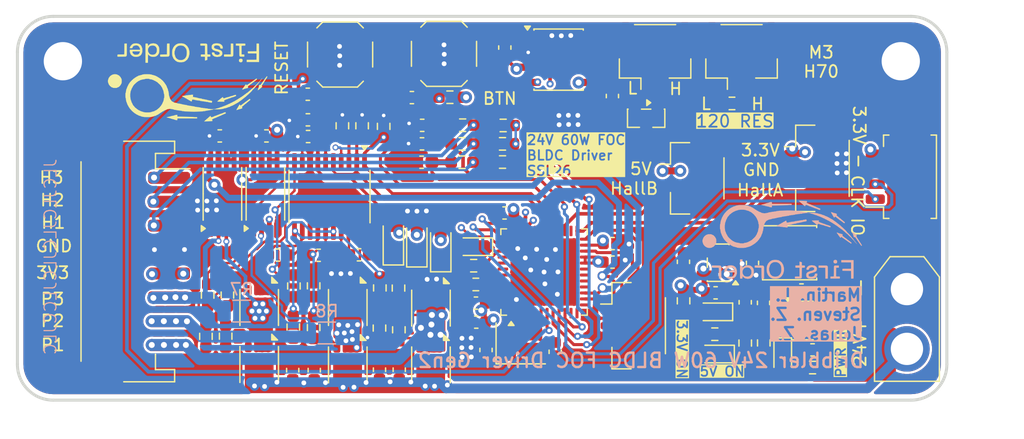
<source format=kicad_pcb>
(kicad_pcb (version 20241229) (generator "pcbnew") (generator_version "9.0")
  (layers (0 "F.Cu" mixed) (4 "In1.Cu" signal) (6 "In2.Cu" signal) (2 "B.Cu" signal) (13 "F.Paste" user) (15 "B.Paste" user) (5 "F.SilkS" user "F.Silkscreen") (7 "B.SilkS" user "B.Silkscreen") (1 "F.Mask" user) (3 "B.Mask" user) (25 "Edge.Cuts" user))
  (net 0 "")
  (net 1 "GND")
  (net 2 "+3.3V")
  (net 3 "/RESET")
  (net 4 "HALL_A_OUT")
  (net 5 "HALL_B_OUT")
  (net 6 "+5V")
  (net 7 "+24V")
  (net 8 "HALL_C_OUT")
  (net 9 "Net-(D3-C)")
  (net 10 "/M0_OUT1_P")
  (net 11 "/M0_OUT2_P")
  (net 12 "Net-(D4-C)")
  (net 13 "Net-(D5-C)")
  (net 14 "/M0_OUT3")
  (net 15 "/XTAL_1")
  (net 16 "/XTAL_2")
  (net 17 "Net-(U5-BS)")
  (net 18 "Net-(U10-BP)")
  (net 19 "Net-(D6-A)")
  (net 20 "Net-(D7-A)")
  (net 21 "Net-(D8-A)")
  (net 22 "CANL")
  (net 23 "CANH")
  (net 24 "M0_OUT1")
  (net 25 "M0_OUT2_N")
  (net 26 "HALL_A")
  (net 27 "HALL_B")
  (net 28 "HALL_C")
  (net 29 "Net-(Q1-G)")
  (net 30 "Net-(Q2-G)")
  (net 31 "Net-(Q5-G)")
  (net 32 "Net-(Q6-G)")
  (net 33 "Net-(Q9-G)")
  (net 34 "Net-(Q10-G)")
  (net 35 "/M0_GH2")
  (net 36 "/M0_GH1")
  (net 37 "/M0_GL1")
  (net 38 "/M0_GL2")
  (net 39 "/M0_GL3")
  (net 40 "LED_1")
  (net 41 "/M0_GH3")
  (net 42 "M0_IN3")
  (net 43 "M0_IN2")
  (net 44 "M0_IN1")
  (net 45 "SWDIO")
  (net 46 "DBG")
  (net 47 "SWCLK")
  (net 48 "Net-(U5-FB)")
  (net 49 "USART2_RX")
  (net 50 "Net-(U12-PB8)")
  (net 53 "USART2_TX")
  (net 57 "CAN_TX")
  (net 67 "/M0_OUT2_CS")
  (net 69 "CAN_RX")
  (net 73 "M0_OUT3_N")
  (net 74 "/M0_OUT3_P")
  (net 75 "/M0_OUT3_CS")
  (net 76 "SW")
  (net 81 "Net-(D2-A)")
  (net 82 "HALL_SENSE1")
  (net 83 "HALL_SENSE2")
  (footprint "Capacitor_SMD:C_0603_1608Metric" (layer "F.Cu") (at 72.66 37.65)
    (property "Reference" "C59" (hide yes))
    (property "Value" "4u7")
  )
  (footprint "Button_Switch_SMD:SW_SPST_SKQG_WithoutStem" (layer "F.Cu") (at 41.29 17.72 180)
    (property "Reference" "SW1" (hide yes))
    (property "Value" "SW_Push" (hide yes))
  )
  (footprint "Diode_SMD:D_SOD-323_HandSoldering" (layer "F.Cu") (at 45.74 33.31 90)
    (property "Reference" "D4" (hide yes))
    (property "Value" "1N5819WS" (hide yes))
  )
  (footprint "Resistor_SMD:R_0603_1608Metric_Pad0.98x0.95mm_HandSolder" (layer "F.Cu") (at 51.53 23.6282 180)
    (property "Reference" "R3" (hide yes))
    (property "Value" "100Ω" (hide yes))
  )
  (footprint "Resistor_SMD:R_0603_1608Metric_Pad0.98x0.95mm_HandSolder" (layer "F.Cu") (at 30.0806 41.2893 90)
    (property "Reference" "R20" (hide yes))
    (property "Value" "2.2Ω" (hide yes))
  )
  (footprint "Package_DFN_QFN:DFN-8-1EP_3x3mm_P0.5mm_EP1.65x2.38mm" (layer "F.Cu") (at 41.9306 38.8768 -90)
    (property "Reference" "Q6" (hide yes))
    (property "Value" "WSD4070DN" (hide yes))
  )
  (footprint "Resistor_SMD:R_0603_1608Metric_Pad0.98x0.95mm_HandSolder" (layer "F.Cu") (at 54.8575 25.19)
    (property "Reference" "R4" (hide yes))
    (property "Value" "4.7kΩ" (hide yes))
  )
  (footprint "Connector_JST:JST_GH_BM02B-GHS-TBT_1x02-1MP_P1.25mm_Vertical" (layer "F.Cu") (at 70.75 28.075 -90)
    (property "Reference" "J7" (hide yes))
    (property "Value" "Conn_01x02_MountingPin")
  )
  (footprint "Package_DFN_QFN:QFN-48-1EP_7x7mm_P0.5mm_EP5.6x5.6mm" (layer "F.Cu") (at 58.33 35.91 90)
    (property "Reference" "U12" (hide yes))
    (property "Value" "STM32G431CBUx")
  )
  (footprint "Resistor_SMD:R_0603_1608Metric" (layer "F.Cu") (at 52.63 36.95)
    (property "Reference" "R41" (hide yes))
    (property "Value" "100k")
  )
  (footprint "Capacitor_SMD:C_0603_1608Metric_Pad1.08x0.95mm_HandSolder" (layer "F.Cu") (at 79.835 37.41 180)
    (property "Reference" "C38" (hide yes))
    (property "Value" "100nF" (hide yes))
  )
  (footprint "Capacitor_SMD:C_0603_1608Metric_Pad1.08x0.95mm_HandSolder" (layer "F.Cu") (at 46.2306 44.0768 90)
    (property "Reference" "C27" (hide yes))
    (property "Value" "10u" (hide yes))
  )
  (footprint "Package_DFN_QFN:DFN-8-1EP_3x3mm_P0.5mm_EP1.65x2.38mm" (layer "F.Cu") (at 34.5306 43.6443 -90)
    (property "Reference" "Q9" (hide yes))
    (property "Value" "WSD4070DN" (hide yes))
  )
  (footprint "Package_DFN_QFN:DFN-8-1EP_3x3mm_P0.5mm_EP1.65x2.38mm" (layer "F.Cu") (at 48.8806 43.6768 -90)
    (property "Reference" "Q1" (hide yes))
    (property "Value" "WSD4070DN" (hide yes))
  )
  (footprint "Package_TO_SOT_SMD:SOT-23-6_Handsoldering" (layer "F.Cu") (at 79.91 39.9625)
    (property "Reference" "U5" (hide yes))
    (property "Value" "RY8411")
  )
  (footprint "Resistor_SMD:R_0603_1608Metric_Pad0.98x0.95mm_HandSolder" (layer "F.Cu") (at 76.685 41.84 90)
    (property "Reference" "R26" (hide yes))
    (property "Value" "47kΩ" (hide yes))
  )
  (footprint "Capacitor_SMD:C_0603_1608Metric_Pad1.08x0.95mm_HandSolder" (layer "F.Cu") (at 39.4925 34.51)
    (property "Reference" "C23" (hide yes))
    (property "Value" "100nF" (hide yes))
  )
  (footprint "Package_TO_SOT_SMD:SOT-23" (layer "F.Cu") (at 66.86 23.0475 -90)
    (property "Reference" "D1" (hide yes))
    (property "Value" "ESD1CAN")
  )
  (footprint "Capacitor_SMD:C_0603_1608Metric_Pad1.08x0.95mm_HandSolder" (layer "F.Cu") (at 48.0975 26.7268 180)
    (property "Reference" "C5" (hide yes))
    (property "Value" "0.01u" (hide yes))
  )
  (footprint "Capacitor_SMD:C_0603_1608Metric" (layer "F.Cu") (at 59.26 42.58 -90)
    (property "Reference" "C19" (hide yes))
    (property "Value" "6p" (hide yes))
  )
  (footprint "Capacitor_SMD:C_0603_1608Metric_Pad1.08x0.95mm_HandSolder" (layer "F.Cu") (at 80.76 42.42 180)
    (property "Reference" "C41" (hide yes))
    (property "Value" "22uF" (hide yes))
  )
  (footprint "Resistor_SMD:R_0603_1608Metric_Pad0.98x0.95mm_HandSolder" (layer "F.Cu") (at 43.1306 23.6768 -90)
    (property "Reference" "R29" (hide yes))
    (property "Value" "10kΩ" (hide yes))
  )
  (footprint "Capacitor_SMD:C_0603_1608Metric_Pad1.08x0.95mm_HandSolder" (layer "F.Cu") (at 75.135 38.44 -90)
    (property "Reference" "C35" (hide yes))
    (property "Value" "22uF" (hide yes))
  )
  (footprint "Resistor_SMD:R_0603_1608Metric_Pad0.98x0.95mm_HandSolder" (layer "F.Cu") (at 30.226 37.846 90)
    (property "Reference" "R15" (hide yes))
    (property "Value" "2.2Ω" (hide yes))
  )
  (footprint "Resistor_SMD:R_0603_1608Metric_Pad0.98x0.95mm_HandSolder" (layer "F.Cu") (at 31.876 37.8335 -90)
    (property "Reference" "R23" (hide yes))
    (property "Value" "10kΩ" (hide yes))
  )
  (footprint "Resistor_SMD:R_0603_1608Metric_Pad0.98x0.95mm_HandSolder" (layer "F.Cu") (at 69.985 38.32 -90)
    (property "Reference" "R34" (hide yes))
    (property "Value" "1kΩ" (hide yes))
  )
  (footprint "Resistor_SMD:R_0603_1608Metric_Pad0.98x0.95mm_HandSolder" (layer "F.Cu") (at 51.4856 25.19 180)
    (property "Reference" "R5" (hide yes))
    (property "Value" "100Ω" (hide yes))
  )
  (footprint "Capacitor_SMD:C_0603_1608Metric" (layer "F.Cu") (at 64.06 33.53)
    (property "Reference" "C10" (hide yes))
    (property "Value" "100n")
  )
  (footprint "Capacitor_SMD:C_0603_1608Metric" (layer "F.Cu") (at 64.04 21.19 -90)
    (property "Reference" "C68" (hide yes))
    (property "Value" "100n")
  )
  (footprint "Resistor_SMD:R_0603_1608Metric_Pad0.98x0.95mm_HandSolder" (layer "F.Cu") (at 51.4806 26.7268 180)
    (property "Reference" "R9" (hide yes))
    (property "Value" "100Ω" (hide yes))
  )
  (footprint "Resistor_SMD:R_0603_1608Metric_Pad0.98x0.95mm_HandSolder" (layer "F.Cu") (at 75.135 41.85 -90)
    (property "Reference" "R27" (hide yes))
    (property "Value" "249kΩ" (hide yes))
  )
  (footprint "Resistor_SMD:R_0603_1608Metric_Pad0.98x0.95mm_HandSolder" (layer "F.Cu") (at 44.58 40.5975 90)
    (property "Reference" "R12" (hide yes))
    (property "Value" "2.2Ω" (hide yes))
  )
  (footprint "Capacitor_SMD:C_0603_1608Metric_Pad1.08x0.95mm_HandSolder" (layer "F.Cu") (at 36.1 34.49)
    (property "Reference" "C24" (hide yes))
    (property "Value" "100nF" (hide yes))
  )
  (footprint "Capacitor_SMD:C_0603_1608Metric" (layer "F.Cu") (at 55.03 30.97 180)
    (property "Reference" "C9" (hide yes))
    (property "Value" "100n")
  )
  (footprint "Package_SO:TSSOP-8_4.4x3mm_P0.65mm" (layer "F.Cu") (at 31.46 29.37 90)
    (property "Reference" "U2" (hide yes))
    (property "Value" "INA240A2PWR" (hide yes))
  )
  (footprint "Resistor_SMD:R_0603_1608Metric_Pad0.98x0.95mm_HandSolder" (layer "F.Cu") (at 46.2 40.74 -90)
    (property "Reference" "R16" (hide yes))
    (property "Value" "10kΩ" (hide yes))
  )
  (footprint "Package_TO_SOT_SMD:SOT-23-5" (layer "F.Cu") (at 72.8775 35.13 180)
    (property "Reference" "U10" (hide yes))
    (property "Value" "RS3236")
  )
  (footprint "Capacitor_SMD:C_0603_1608Metric_Pad1.08x0.95mm_HandSolder" (layer "F.Cu") (at 48.1325 25.1882 180)
    (property "Reference" "C4" (hide yes))
    (property "Value" "0.01u" (hide yes))
  )
  (footprint "Connector_JST:JST_PH_S8B-PH-SM4-TB_1x08-1MP_P2.00mm_Horizontal" (layer "F.Cu") (at 24.156 35.03 -90)
    (property "Reference" "J6" (hide yes))
    (property "Value" "Conn_01x08_MountingPin")
  )
  (footprint "Connector_Molex:Molex_PicoBlade_53261-0471_1x04-1MP_P1.25mm_Horizontal" (layer "F.Cu") (at 88.4 27.94 90)
    (property "Reference" "J1" (hide yes))
    (property "Value" "Conn_01x04_MountingPin" (hide yes))
  )
  (footprint "Connector_JST:JST_GH_BM03B-GHS-TBT_1x03-1MP_P1.25mm_Vertical" (layer "F.Cu") (at 65.86 40.4 -90)
    (property "Reference" "J8" (hide yes))
    (property "Value" "Conn_01x03_MountingPin" (hide yes))
  )
  (footprint "Package_DFN_QFN:DFN-8-1EP_3x3mm_P0.5mm_EP1.65x2.38mm" (layer "F.Cu") (at 48.8806 38.9268 -90)
    (property "Reference" "Q2" (hide yes))
    (property "Value" "WSD4070DN" (hide yes))
  )
  (footprint "Resistor_SMD:R_0603_1608Metric_Pad0.98x0.95mm_HandSolder" (layer "F.Cu") (at 80.76 43.9 180)
    (property "Reference" "R10" (hide yes))
    (property "Value" "10k" (hide yes))
  )
  (footprint "Resistor_SMD:R_0603_1608Metric_Pad0.98x0.95mm_HandSolder" (layer "F.Cu") (at 44.61 37.24 90)
    (property "Reference" "R13" (hide yes))
    (property "Value" "2.2Ω" (hide yes))
  )
  (footprint "Capacitor_SMD:C_0603_1608Metric_Pad1.08x0.95mm_HandSolder" (layer "F.Cu") (at 76.665 38.49 -90)
    (property "Reference" "C1" (hide yes))
    (property "Value" "22uF" (hide yes))
  )
  (footprint "Capacitor_SMD:C_0603_1608Metric_Pad1.08x0.95mm_HandSolder" (layer "F.Cu") (at 37.3306 44.1143 90)
    (property "Reference" "C18" (hide yes))
    (property "Value" "10u" (hide yes))
  )
  (footprint "Capacitor_SMD:C_0603_1608Metric_Pad1.08x0.95mm_HandSolder" (layer "F.Cu") (at 48.1469 23.6414)
    (property "Reference" "C3" (hide yes))
    (property "Value" "0.01u")
  )
  (footprint "Inductor_SMD:L_Changjiang_FNR4020S" (layer "F.Cu") (at 78.845 34.3)
    (property "Reference" "L2" (hide yes))
    (property "Value" "4.7uH" (hide yes))
  )
  (footprint "Resistor_SMD:R_0603_1608Metric_Pad0.98x0.95mm_HandSolder" (layer "F.Cu") (at 37.4306 37.0768 90)
    (property "Reference" "R14" (hide yes))
    (property "Value" "2.2Ω" (hide yes))
  )
  (footprint "Resistor_SMD:R_0603_1608Metric_Pad0.98x0.95mm_HandSolder" (layer "F.Cu") (at 39.0806 37.0643 -90)
    (property "Reference" "R21" (hide yes))
    (property "Value" "10kΩ" (hide yes))
  )
  (footprint "Connector_AMASS:AMASS_XT30U-M_1x02_P5.0mm_Vertical" (layer "F.Cu") (at 88.646 37.338 -90)
    (property "Reference" "J5" (hide yes))
    (property "Value" "Conn_01x02_Pin" (hide yes))
  )
  (footprint "Resistor_SMD:R_0603_1608Metric_Pad0.98x0.95mm_HandSolder" (layer "F.Cu") (at 39.0806 40.5518 -90)
    (property "Reference" "R22" (hide yes))
    (property "Value" "10kΩ" (hide yes))
  )
  (footprint "Resistor_SMD:R_0603_1608Metric_Pad0.98x0.95mm_HandSolder" (layer "F.Cu") (at 37.3806 40.5143 90)
    (property "Reference" "R11" (hide yes))
    (property "Value" "2.2Ω" (hide yes))
  )
  (footprint "Capacitor_SMD:C_0603_1608Metric" (layer "F.Cu") (at 47.2875 21.32 180)
    (property "Reference" "C6" (hide yes))
    (property "Value" "100n")
  )
  (footprint "LED_SMD:LED_0603_1608Metric_Pad1.05x0.95mm_HandSolder" (layer "F.Cu") (at 78.27 43.08 -90)
    (property "Reference" "D8" (hide yes))
    (property "Value" "LED" (hide yes))
  )
  (footprint "Connector_JST:JST_GH_BM02B-GHS-TBT_1x02-1MP_P1.25mm_Vertical" (layer "F.Cu") (at 74.8306 17.8268)
    (property "Reference" "J3" (hide yes))
    (property "Value" "Conn_01x02_MountingPin")
  )
  (footprint "Capacitor_SMD:C_0603_1608Metric_Pad1.08x0.95mm_HandSolder" (layer "F.Cu") (at 44.5806 44.0768 90)
    (property "Reference" "C25" (hide yes))
    (property "Value" "10u" (hide yes))
  )
  (footprint "Resistor_SMD:R_0603_1608Metric_Pad0.98x0.95mm_HandSolder" (layer "F.Cu") (at 72.595 41.11 180)
    (property "Reference" "R33" (hide yes))
    (property "Value" "1kΩ" (hide yes))
  )
  (footprint "Capacitor_SMD:C_0603_1608Metric" (layer "F.Cu") (at 53.48 42.43 90)
    (property "Reference" "C12" (hide yes))
    (property "Value" "6p")
  )
  (footprint "Diode_SMD:D_SOD-323_HandSoldering" (layer "F.Cu") (at 47.7 33.4775 90)
    (property "Reference" "D5" (hide yes))
    (property "Value" "1N5819WS" (hide yes))
  )
  (footprint "LED_SMD:LED_0603_1608Metric_Pad1.05x0.95mm_HandSolder" (layer "F.Cu") (at 52.375 33.79 180)
    (property "Reference" "D2" (hide yes))
    (property "Value" "LED")
  )
  (footprint "Diode_SMD:D_SOD-323_HandSoldering" (layer "F.Cu") (at 49.7 33.8775 90)
    (property "Reference" "D3" (hide yes))
    (property "Value" "1N5819WS" (hide yes))
  )
  (footprint "MountingHole:MountingHole_3.2mm_M3_Pad" (layer "F.Cu") (at 88.1306 18.2768)
    (property "Reference" "H1" (hide yes))
    (property "Value" "MountingHole" (hide yes))
  )
  (footprint "Resistor_SMD:R_0603_1608Metric_Pad0.98x0.95mm_HandSolder" (layer "F.Cu") (at 54.9119 23.6514)
    (property "Reference" "R2" (hide yes))
    (property "Value" "4.7kΩ" (hide yes))
  )
  (footprint "LED_SMD:LED_0603_1608Metric_Pad1.05x0.95mm_HandSolder" (layer "F.Cu") (at 72.425 39.24 180)
    (property "Reference" "D7" (hide yes))
    (property "Value" "LED" (hide yes))
  )
  (footprint "Package_DFN_QFN:DFN-8-1EP_3x3mm_P0.5mm_EP1.65x2.38mm" (layer "F.Cu") (at 34.5306 38.8768 -90)
    (property "Reference" "Q10" (hide yes))
    (property "Value" "WSD4070DN" (hide yes))
  )
  (footprint "MountingHole:MountingHole_3.2mm_M3_Pad" (layer "F.Cu") (at 18.1306 18.2768)
    (property "Reference" "H2" (hide yes))
    (property "Value" "MountingHole" (hide yes))
  )
  (footprint "Resistor_SMD:R_0603_1608Metric_Pad0.98x0.95mm_HandSolder" (layer "F.Cu") (at 44.9306 23.7268 -90)
    (property "Reference" "R30" (hide yes))
    (property "Value" "10kΩ" (hide yes))
  )
  (footprint "Capacitor_SMD:C_0603_1608Metric" (layer "F.Cu") (at 52.64 38.51 180)
    (property "Reference" "C8" (hide yes))
    (property "Value" "100n")
  )
  (footprint "Resistor_SMD:R_0603_1608Metric_Pad0.98x0.95mm_HandSolder" (layer "F.Cu") (at 46.17 37.2525 -90)
    (property "Reference" "R17" (hide yes))
    (property "Value" "10kΩ" (hide yes))
  )
  (footprint "Capacitor_SMD:C_0603_1608Metric" (layer "F.Cu") (at 52.665 40.1 180)
    (property "Reference" "C11" (hide yes))
    (property "Value" "4u7")
  )
  (footprint "Button_Switch_SMD:SW_SPST_SKQG_WithoutStem" (layer "F.Cu") (at 49.97 17.66 180)
    (property "Reference" "SW2" (hide yes))
    (property "Value" "SW_Push" (hide yes))
  )
  (footprint "Connector_JST:JST_GH_BM03B-GHS-TBT_1x03-1MP_P1.25mm_Vertical" (layer "F.Cu") (at 81.21 27.24 -90)
    (property "Reference" "J2" (hide yes))
    (property "Value" "Conn_01x03_MountingPin")
  )
  (footprint "LOGO" (layer "F.Cu") (at 28.41 19.82 180)
    (property "Reference" "G***" (hide yes))
    (property "Value" "LOGO" (hide yes))
  )
  (footprint "Capacitor_SMD:C_0603_1608Metric_Pad1.08x0.95mm_HandSolder" (layer "F.Cu") (at 38.6181 24.5768 180)
    (property "Reference" "C16" (hide yes))
    (property "Value" "1uF" (hide yes))
  )
  (footprint "Capacitor_SMD:C_0603_1608Metric" (layer "F.Cu") (at 38.59 21.04)
    (property "Reference" "C2" (hide yes))
    (property "Value" "100n")
  )
  (footprint "Capacitor_SMD:C_0603_1608Metric_Pad1.08x0.95mm_HandSolder" (layer "F.Cu") (at 35.1385 24.526 180)
    (property "Reference" "C13" (hide yes))
    (property "Value" "100nF" (hide yes))
  )
  (footprint "LED_SMD:LED_0603_1608Metric_Pad1.05x0.95mm_HandSolder" (layer "F.Cu") (at 72.565 42.77 180)
    (property "Reference" "D6" (hide yes))
    (property "Value" "LED" (hide yes))
  )
  (footprint "Resistor_SMD:R_0603_1608Metric_Pad0.98x0.95mm_HandSolder" (layer "F.Cu") (at 54.86 26.71)
    (property "Reference" "R6" (hide yes))
    (property "Value" "4.7kΩ" (hide yes))
  )
  (footprint "Resistor_SMD:R_0603_1608Metric_Pad0.98x0.95mm_HandSolder" (layer "F.Cu") (at 31.7306 41.2768 -90)
    (property "Reference" "R24" (hide yes))
    (property "Value" "10kΩ" (hide yes))
  )
  (footprint "Capacitor_SMD:C_0603_1608Metric_Pad1.08x0.95mm_HandSolder" (layer "F.Cu") (at 31.2385 24.526 180)
    (property "Reference" "C15" (hide yes))
    (property "Value" "100nF" (hide yes))
  )
  (footprint "Package_SO:TSSOP-8_4.4x3mm_P0.65mm" (layer "F.Cu") (at 35.051 29.3635 90)
    (property "Reference" "U3" (hide yes))
    (property "Value" "INA240A2PWR" (hide yes))
  )
  (footprint "Capacitor_SMD:C_0603_1608Metric_Pad1.08x0.95mm_HandSolder" (layer "F.Cu") (at 39.1306 44.1143 90)
    (property "Reference" "C20" (hide yes))
    (property "Value" "10u" (hide yes))
  )
  (footprint "Capacitor_SMD:C_0603_1608Metric_Pad1.08x0.95mm_HandSolder" (layer "F.Cu") (at 38.6 23.18 180)
    (property "Reference" "C17" (hide yes))
    (property "Value" "100nF" (hide yes))
  )
  (footprint "Resistor_SMD:R_0603_1608Metric" (layer "F.Cu") (at 74.03 21.81 180)
    (property "Reference" "R1" (hide yes))
    (property "Value" "120R")
  )
  (footprint "Package_DFN_QFN:DFN-8-1EP_3x3mm_P0.5mm_EP1.65x2.38mm" (layer "F.Cu") (at 41.9306 43.6768 -90)
    (property "Reference" "Q5" (hide yes))
    (property "Value" "WSD4070DN" (hide yes))
  )
  (footprint "Capacitor_SMD:C_0603_1608Metric" (layer "F.Cu") (at 55.05 17.135 90)
    (property "Reference" "C33" (hide yes))
    (property "Value" "100n")
  )
  (footprint "Resistor_SMD:R_0603_1608Metric_Pad0.98x0.95mm_HandSolder" (layer "F.Cu") (at 41.4806 23.6768 -90)
    (property "Reference" "R28" (hide yes))
    (property "Value" "10kΩ" (hide yes))
  )
  (footprint "Capacitor_SMD:C_0603_1608Metric_Pad1.08x0.95mm_HandSolder" (layer "F.Cu") (at 42.8725 34.47)
    (property "Reference" "C22" (hide yes))
    (property "Value" "100nF" (hide yes))
  )
  (footprint "Package_SO:TSSOP-20-1EP_4.4x6.5mm_P0.65mm_EP2.15x3.35mm" (layer "F.Cu") (at 40.4056 29.5893 -90)
    (property "Reference" "U8" (hide yes))
    (property "Value" "EG2133" (hide yes))
  )
  (footprint "Capacitor_SMD:C_0603_1608Metric" (layer "F.Cu") (at 69.975 35.055 -90)
    (property "Reference" "C57" (hide yes))
    (property "Value" "10n")
  )
  (footprint "Resistor_SMD:R_0603_1608Metric_Pad0.98x0.95mm_HandSolder" (layer "F.Cu") (at 52.4475 35.38)
    (property "Reference" "R19" (hide yes))
    (property "Value" "470Ω")
  )
  (footprint "Capacitor_SMD:C_0603_1608Metric" (layer "F.Cu") (at 64.05 35.08)
    (property "Reference" "C7" (hide yes))
    (property "Value" "100n")
  )
  (footprint "Connector_JST:JST_GH_BM02B-GHS-TBT_1x02-1MP_P1.25mm_Vertical" (layer "F.Cu") (at 67.6056 17.8268)
    (property "Reference" "J4" (hide yes))
    (property "Value" "Conn_01x02_MountingPin")
  )
  (footprint "Package_SO:SOIC-8_3.9x4.9mm_P1.27mm" (layer "F.Cu") (at 59.545 18.145)
    (property "Reference" "U4" (hide yes))
    (property "Value" "TJA1042T-3")
  )
  (footprint "Resistor_SMD:R_0603_1608Metric_Pad0.98x0.95mm_HandSolder" (layer "F.Cu") (at 50.4625 21.29)
    (property "Reference" "R35" (hide yes))
    (property "Value" "10K")
  )
  (footprint "Crystal:Crystal_SMD_3225-4Pin_3.2x2.5mm" (layer "F.Cu") (at 56.38 41.88)
    (property "Reference" "Y1" (hide yes))
    (property "Value" "CX3225GB16000D0HEQCC")
  )
  (footprint "Capacitor_SMD:C_0603_1608Metric" (layer "F.Cu") (at 75.741723 35.145344 -90)
    (property "Reference" "C51" (hide yes))
    (property "Value" "4u7")
  )
  (footprint "LOGO" (layer "B.Cu") (at 78.08 33.44 180)
    (property "Reference" "G***" (hide yes))
    (property "Value" "LOGO" (hide yes))
  )
  (footprint "Resistor_SMD:R_1206_3216Metric" (layer "B.Cu") (at 40.1806 41.0068 180)
    (property "Reference" "R8")
    (property "Value" "0.01Ω")
  )
  (footprint "Resistor_SMD:R_1206_3216Metric" (layer "B.Cu") (at 33.0556 39.1768 180)
    (property "Reference" "R7")
    (property "Value" "0.01Ω")
  )
  (gr_line (start 91.9808 17.526) (end 91.9808 43.626) (stroke (width 0.25)) (layer "Edge.Cuts"))
  (gr_line (start 17.330801 14.526) (end 88.9808 14.526) (stroke (width 0.25)) (layer "Edge.Cuts"))
  (gr_arc (start 91.9808 43.626) (mid 91.10212 45.74732) (end 88.9808 46.626) (stroke (width 0.25)) (layer "Edge.Cuts"))
  (gr_line (start 14.3308 43.625998) (end 14.3308 17.526001) (stroke (width 0.25)) (layer "Edge.Cuts"))
  (gr_arc (start 88.9808 14.526) (mid 91.10212 15.40468) (end 91.9808 17.526) (stroke (width 0.25)) (layer "Edge.Cuts"))
  (gr_arc (start 14.3308 17.526001) (mid 15.20948 15.40468) (end 17.330801 14.526) (stroke (width 0.25)) (layer "Edge.Cuts"))
  (gr_arc (start 17.330801 46.626) (mid 15.20948 45.74732) (end 14.3308 43.625998) (stroke (width 0.25)) (layer "Edge.Cuts"))
  (gr_line (start 88.9808 46.626) (end 17.330801 46.626) (stroke (width 0.25)) (layer "Edge.Cuts"))
  (gr_text "L" (at 71.86 21.84 0) (layer "F.SilkS") (effects (font (size 1 1))))
  (gr_text "H" (at 76.17 21.86 0) (layer "F.SilkS") (effects (font (size 1 1))))
  (gr_text "CLK IO" (at 84.51 30.34 270) (layer "F.SilkS") (effects (font (size 1 1))))
  (gr_text "P3" (at 17.27 38.17 0) (layer "F.SilkS") (effects (font (size 1 1))))
  (gr_text "5V" (at 66.42 27.28 0) (layer "F.SilkS") (effects (font (size 1 1))))
  (gr_text "120 RES" (at 74.27 23.3 0) (layer "F.SilkS" knockout) (effects (font (size 1 1))))
  (gr_text "H3" (at 17.18 28.01 0) (layer "F.SilkS") (effects (font (size 1 1))))
  (gr_text "PWR IN" (at 83.12 42.55 90) (layer "F.SilkS" knockout) (effects (font (size 0.8 0.8) (thickness 0.15) (bold yes))))
  (gr_text "M3\nH70" (at 81.48 18.34 0) (layer "F.SilkS") (effects (font (size 1 1))))
  (gr_text "H1" (at 17.33 31.77 0) (layer "F.SilkS") (effects (font (size 1 1))))
  (gr_text "GND" (at 76.49 27.36 0) (layer "F.SilkS") (effects (font (size 1 1))))
  (gr_text "P1" (at 17.29 42.01 0) (layer "F.SilkS") (effects (font (size 1 1))))
  (gr_text "5V ON" (at 73.21 44.23 0) (layer "F.SilkS" knockout) (effects (font (size 0.8 0.8) (thickness 0.15) (bold yes))))
  (gr_text "24V+" (at 84.73 41.83 90) (layer "F.SilkS") (effects (font (size 1 1))))
  (gr_text "3.3V -" (at 84.66 24.63 270) (layer "F.SilkS") (effects (font (size 1 1))))
  (gr_text "BTN" (at 54.63 21.4 0) (layer "F.SilkS") (effects (font (size 1 1))))
  (gr_text "GND" (at 17.39 33.74 0) (layer "F.SilkS") (effects (font (size 1 1))))
  (gr_text "3.3V ON" (at 69.84 42.38 270) (layer "F.SilkS" knockout) (effects (font (size 0.8 0.8) (thickness 0.15) (bold yes))))
  (gr_text "3.3V" (at 76.4 25.72 0) (layer "F.SilkS") (effects (font (size 1 1))))
  (gr_text "P2" (at 17.27 40 0) (layer "F.SilkS") (effects (font (size 1 1))))
  (gr_text "3V3" (at 17.29 35.97 0) (layer "F.SilkS") (effects (font (size 1 1))))
  (gr_text "RESET" (at 36.41 18.86 90) (layer "F.SilkS") (effects (font (size 1 1))))
  (gr_text "HallB" (at 65.85 28.93 0) (layer "F.SilkS") (effects (font (size 1 1))))
  (gr_text "24V 60W FOC\nBLDC Driver\nSSL26" (at 56.81 27.91 0) (layer "F.SilkS" knockout) (effects (font (size 0.8 0.8) (thickness 0.15) (bold yes)) (justify left bottom)))
  (gr_text "L" (at 65.71 20.54 0) (layer "F.SilkS") (effects (font (size 1 1))))
  (gr_text "H2" (at 17.25 29.9 0) (layer "F.SilkS") (effects (font (size 1 1))))
  (gr_text "HallA" (at 76.38 29.07 0) (layer "F.SilkS") (effects (font (size 1 1))))
  (gr_text "H" (at 69.32 20.59 0) (layer "F.SilkS") (effects (font (size 1 1))))
  (gr_text "Dribbler 24V 60W BLDC FOC Driver Gen2" (at 85.18 44.01 0) (layer "B.SilkS") (effects (font (size 1.2 1.2) (thickness 0.2)) (justify left bottom mirror)))
  (gr_text "JLCJLCJLCJLCJLCCJLC" (at 17.68 26.36 90) (layer "B.SilkS") (effects (font (size 1 1) (thickness 0.1)) (justify left bottom mirror)))
  (gr_text "Martin. L.\nSteven. Z.\nJonas. Z.\n" (at 84.92 41.65 0) (layer "B.SilkS" knockout) (effects (font (size 1 1) (thickness 0.2) (bold yes)) (justify left bottom mirror)))
  (segment (start 49.379954 37.4768) (end 48.9468 37.4768) (width 0.8) (layers "F.Cu" "F.Mask") (net 1))
  (segment (start 34.5432 37.4268) (end 34.53 37.44) (width 0.8) (layers "F.Cu" "F.Mask") (net 1))
  (segment (start 48.9468 37.4768) (end 48.94 37.47) (width 0.8) (layer "F.Cu") (net 1))
  (segment (start 49.390558 37.487404) (end 49.379954 37.4768) (width 0.8) (layers "F.Cu" "F.Mask") (net 1))
  (segment (start 41.949556 37.4268) (end 41.947708 37.428648) (width 0.8) (layers "F.Cu" "F.Mask") (net 1))
  (segment (start 42.42 37.42) (end 42.4132 37.4268) (width 0.8) (layers "F.Cu" "F.Mask") (net 1))
  (segment (start 42.4132 37.4268) (end 41.949556 37.4268) (width 0.8) (layers "F.Cu" "F.Mask") (net 1))
  (segment (start 34.53 37.44) (end 34.59 37.44) (width 0.8) (layer "F.Cu") (net 1))
  (segment (start 56.935 42.695) (end 56.95 42.71) (width 0.254) (layer "F.Cu") (net 1))
  (segment (start 35.03 37.4268) (end 34.5432 37.4268) (width 0.8) (layers "F.Cu" "F.Mask") (net 1))
  (segment (start 34.59 37.44) (end 34.61 37.46) (width 0.8) (layer "F.Cu") (net 1))
  (segment (start 57.15 42.71) (end 56.95 42.71) (width 0.254) (layer "F.Cu") (net 1))
  (via (at 43.1306 22.7643) (size 0.6) (drill 0.3) (layers "F.Cu" "B.Cu") (net 1))
  (via (at 46.92 30.81) (size 0.7) (drill 0.4) (layers "F.Cu" "B.Cu") (net 1))
  (via (at 47.0106 25.165) (size 0.6) (drill 0.3) (layers "F.Cu" "B.Cu") (net 1))
  (via (at 52.25 43.01) (size 0.7) (drill 0.4) (layers "F.Cu" "B.Cu") (net 1))
  (via (at 47.71 30.82) (size 0.7) (drill 0.4) (layers "F.Cu" "B.Cu") (net 1))
  (via (at 43.577279 41.389616) (size 0.6) (drill 0.3) (layers "F.Cu" "B.Cu") (net 1))
  (via (at 41.26 17.83) (size 0.7) (drill 0.4) (layers "F.Cu" "B.Cu") (net 1))
  (via (at 48.56 36.52) (size 0.7) (drill 0.4) (layers "F.Cu" "B.Cu") (net 1))
  (via (at 25.78 34.04) (size 0.7) (drill 0.4) (layers "F.Cu" "B.Cu") (net 1))
  (via (at 74.88 35.21) (size 0.7) (drill 0.4) (layers "F.Cu" "B.Cu") (net 1))
  (via (at 65.43 33.57) (size 0.7) (drill 0.4) (layers "F.Cu" "B.Cu") (net 1))
  (via (at 30.95 29.95) (size 0.7) (drill 0.4) (layers "F.Cu" "B.Cu") (net 1))
  (via (at 30.18 30.74) (size 0.7) (drill 0.4) (layers "F.Cu" "B.Cu") (net 1))
  (via (at 41.25 18.62) (size 0.7) (drill 0.4) (layers "F.Cu" "B.Cu") (net 1))
  (via (at 83.57 26.81) (size 0.7) (drill 0.4) (layers "F.Cu" "B.Cu") (net 1))
  (via (at 59.49 35.9) (size 0.7) (drill 0.4) (layers "F.Cu" "B.Cu") (net 1))
  (via (at 58.33 35.91) (size 0.7) (drill 0.4) (layers "F.Cu" "B.Cu") (net 1))
  (via (at 59.44 37.77) (size 0.7) (drill 0.4) (layers "F.Cu" "B.Cu") (net 1))
  (via (at 59.57 22.82) (size 0.7) (drill 0.4) (layers "F.Cu" "B.Cu") (net 1))
  (via (at 49.98 18.49) (size 0.7) (drill 0.4) (layers "F.Cu" "B.Cu") (net 1))
  (via (at 83.59 27.6) (size 0.7) (drill 0.4) (layers "F.Cu" "B.Cu") (net 1))
  (via (at 58.4 36.9) (size 0.7) (drill 0.4) (layers "F.Cu" "B.Cu") (net 1))
  (via (at 52.23 42.22) (size 0.7) (drill 0.4) (layers "F.Cu" "B.Cu") (net 1))
  (via (at 51.48 43.03) (size 0.7) (drill 0.4) (layers "F.Cu" "B.Cu") (net 1))
  (via (at 65.11 34.91) (size 0.7) (drill 0.4) (layers "F.Cu" "B.Cu") (net 1))
  (via (at 51.47 41.45) (size 0.7) (drill 0.4) (layers "F.Cu" "B.Cu") (net 1))
  (via (at 49.97 16.91) (size 0.7) (drill 0.4) (layers "F.Cu" "B.Cu") (net 1))
  (via (at 37.05 23.23) (size 0.6) (drill 0.3) (layers "F.Cu" "B.Cu") (net 1))
  (via (at 82.8 26.83) (size 0.7) (drill 0.4) (layers "F.Cu" "B.Cu") (net 1))
  (via (at 40.57 36.04) (size 0.7) (drill 0.4) (layers "F.Cu" "B.Cu") (net 1))
  (via (at 29.39 30.73) (size 0.7) (drill 0.4) (layers "F.Cu" "B.Cu") (net 1))
  (via (at 34.276 24.526) (size 0.6) (drill 0.3) (layers "F.Cu" "B.Cu") (net 1))
  (via (at 61.15 22.81) (size 0.7) (drill 0.4) (layers "F.Cu" "B.Cu") (net 1))
  (via (at 44.9306 22.8143) (size 0.6) (drill 0.3) (layers "F.Cu" "B.Cu") (net 1))
  (via (at 30.16 29.97) (size 0.7) (drill 0.4) (layers "F.Cu" "B.Cu") (net 1))
  (via (at 59.77 16.15) (size 0.7) (drill 0.4) (layers "F.Cu" "B.Cu") (net 1))
  (via (at 59.28 34.03) (size 0.7) (drill 0.4) (layers "F.Cu" "B.Cu") (net 1))
  (via (at 30.97 30.72) (size 0.7) (drill 0.4) (layers "F.Cu" "B.Cu") (net 1))
  (via (at 30.376 24.526) (size 0.6) (drill 0.3) (layers "F.Cu" "B.Cu") (net 1))
  (via (at 58.98 16.14) (size 0.7) (drill 0.4) (layers "F.Cu" "B.Cu") (net 1))
  (via (at 29.37 29.96) (size 0.7) (drill 0.4) (layers "F.Cu" "B.Cu") (net 1))
  (via (at 48.5 30.8) (size 0.7) (drill 0.4) (layers "F.Cu" "B.Cu") (net 1))
  (via (at 49.35 36.5) (size 0.7) (drill 0.4) (layers "F.Cu" "B.Cu") (net 1))
  (via (at 56.02 38.21) (size 0.7) (drill 0.4) (layers "F.Cu" "B.Cu") (net 1))
  (via (at 76.04 36.17) (size 0.7) (drill 0.4) (layers "F.Cu" "B.Cu") (net 1))
  (via (at 57.71 34.01) (size 0.7) (drill 0.4) (layers "F.Cu" "B.Cu") (net 1))
  (via (at 83.58 26.02) (size 0.7) (drill 0.4) (layers "F.Cu" "B.Cu") (net 1))
  (via (at 56.76 34.73) (size 0.7) (drill 0.4) (layers "F.Cu" "B.Cu") (net 1))
  (via (at 41.4806 22.7643) (size 0.6) (drill 0.3) (layers "F.Cu" "B.Cu") (net 1))
  (via (at 49.99 17.7) (size 0.7) (drill 0.4) (layers "F.Cu" "B.Cu") (net 1))
  (via (at 52.24 41.43) (size 0.7) (drill 0.4) (layers "F.Cu" "B.Cu") (net 1))
  (via (at 56.13 33.95) (size 0.7) (drill 0.4) (layers "F.Cu" "B.Cu") (net 1))
  (via (at 59.59 23.59) (size 0.7) (drill 0.4) (layers "F.Cu" "B.Cu") (net 1))
  (via (at 82.81 26.04) (size 0.7) (drill 0.4) (layers "F.Cu" "B.Cu") (net 1))
  (via (at 60.56 16.13) (size 0.7) (drill 0.4) (layers "F.Cu" "B.Cu") (net 1))
  (via (at 41.36 36.05) (size 0.7) (drill 0.4) (layers "F.Cu" "B.Cu") (net 1))
  (via (at 51.46 42.24) (size 0.7) (drill 0.4) (layers "F.Cu" "B.Cu") (net 1))
  (via (at 42.15 36.03) (size 0.7) (drill 0.4) (layers "F.Cu" "B.Cu") (net 1))
  (via (at 37.7556 24.5768) (size 0.6) (drill 0.3) (layers "F.Cu" "B.Cu") (net 1))
  (via (at 60.38 23.57) (size 0.7) (drill 0.4) (layers "F.Cu" "B.Cu") (net 1))
  (via (at 82.82 27.62) (size 0.7) (drill 0.4) (layers "F.Cu" "B.Cu") (net 1))
  (via (at 57.0056 17.5418) (size 0.6) (drill 0.3) (layers "F.Cu" "B.Cu") (net 1))
  (via (at 28.29 34.03) (size 0.7) (drill 0.4) (layers "F.Cu" "B.Cu") (net 1))
  (via (at 41.24 17.04) (size 0.7) (drill 0.4) (layers "F.Cu" "B.Cu") (net 1))
  (via (at 60.36 22.8) (size 0.7) (drill 0.4) (layers "F.Cu" "B.Cu") (net 1))
  (via (at 47.055 23.478198) (size 0.6) (drill 0.3) (layers "F.Cu" "B.Cu") (net 1))
  (via (at 58.55 34.86) (size 0.7) (drill 0.4) (layers "F.Cu" "B.Cu") (net 1))
  (via (at 57.22 35.74) (size 0.7) (drill 0.4) (layers "F.Cu" "B.Cu") (net 1))
  (via (at 61.17 23.58) (size 0.7) (drill 0.4) (layers "F.Cu" "B.Cu") (net 1))
  (segment (start 71.74 37.03) (end 71.74 36.08) (width 0.5) (layer "F.Cu") (net 2))
  (segment (start 63.155 33.66) (end 63.285 33.53) (width 0.254) (layer "F.Cu") (net 2))
  (segment (start 36.001 24.526) (end 35.001 23.526) (width 0.254) (layer "F.Cu") (net 2))
  (segment (start 71.48 37.29) (end 71.74 37.03) (width 0.5) (layer "F.Cu") (net 2))
  (segment (start 71.3625 37.4075) (end 69.985 37.4075) (width 0.5) (layer "F.Cu") (net 2))
  (segment (start 56.08 30.9625) (end 56.07 30.9525) (width 0.254) (layer "F.Cu") (net 2))
  (segment (start 53.565 38.66) (end 53.415 38.51) (width 0.254) (layer "F.Cu") (net 2))
  (segment (start 63.675 20.05) (end 64.04 20.415) (width 0.3) (layer "F.Cu") (net 2))
  (segment (start 62.02 20.05) (end 63.675 20.05) (width 0.3) (layer "F.Cu") (net 2))
  (segment (start 61.7675 35.16) (end 63.195 35.16) (width 0.254) (layer "F.Cu") (net 2))
  (segment (start 53.415 38.51) (end 53.415 40.075) (width 0.254) (layer "F.Cu") (net 2))
  (segment (start 33.101 23.526) (end 32.101 24.526) (width 0.254) (layer "F.Cu") (net 2))
  (segment (start 71.48 37.29) (end 71.3625 37.4075) (width 0.5) (layer "F.Cu") (net 2))
  (segment (start 63.195 35.16) (end 63.275 35.08) (width 0.254) (layer "F.Cu") (net 2))
  (segment (start 36.001 24.526) (end 36.001 26.476) (width 0.254) (layer "F.Cu") (net 2))
  (segment (start 54.8925 38.66) (end 53.565 38.66) (width 0.254) (layer "F.Cu") (net 2))
  (segment (start 61.7675 33.66) (end 63.155 33.66) (width 0.254) (layer "F.Cu") (net 2))
  (segment (start 32.101 24.526) (end 32.19 24.615) (width 0.254) (layer "F.Cu") (net 2))
  (segment (start 53.415 40.075) (end 53.44 40.1) (width 0.254) (layer "F.Cu") (net 2))
  (segment (start 61.7675 34.66) (end 61.7675 35.16) (width 0.254) (layer "F.Cu") (net 2))
  (segment (start 56.08 32.4725) (end 56.08 30.9625) (width 0.254) (layer "F.Cu") (net 2))
  (segment (start 32.19 24.615) (end 32.19 26.1025) (width 0.254) (layer "F.Cu") (net 2))
  (segment (start 55.9556 26.7268) (end 55.9556 24.9018) (width 0.5) (layer "F.Cu") (net 2))
  (segment (start 63.285 35.07) (end 63.275 35.08) (width 0.254) (layer "F.Cu") (net 2))
  (segment (start 54.8925 38.66) (end 55.58 39.3475) (width 0.254) (layer "F.Cu") (net 2))
  (segment (start 31.785 26.5075) (end 32.435 26.5075) (width 0.254) (layer "F.Cu") (net 2))
  (segment (start 61.7675 34.66) (end 62.855 34.66) (width 0.254) (layer "F.Cu") (net 2))
  (segment (start 32.19 26.1025) (end 31.785 26.5075) (width 0.254) (layer "F.Cu") (net 2))
  (segment (start 35.376 26.501) (end 36.026 26.501) (width 0.2) (layer "F.Cu") (net 2))
  (segment (start 35.001 23.526) (end 33.101 23.526) (width 0.254) (layer "F.Cu") (net 2))
  (segment (start 62.855 34.66) (end 63.275 35.08) (width 0.254) (layer "F.Cu") (net 2))
  (segment (start 36.001 26.476) (end 36.026 26.501) (width 0.254) (layer "F.Cu") (net 2))
  (via (at 63.246 33.274) (size 1) (drill 0.5) (layers "F.Cu" "B.Cu") (net 2))
  (via (at 36.03 24.01) (size 1) (drill 0.5) (layers "F.Cu" "B.Cu") (net 2))
  (via (at 56.005 23.6282) (size 0.6) (drill 0.3) (layers "F.Cu" "B.Cu") (net 2))
  (via (at 25.58 36.08) (size 1) (drill 0.5) (layers "F.Cu" "B.Cu") (net 2))
  (via (at 71.48 37.29) (size 1) (drill 0.5) (layers "F.Cu" "B.Cu") (net 2))
  (via (at 54.102 39.878) (size 1) (drill 0.5) (layers "F.Cu" "B.Cu") (net 2))
  (via (at 51.816 21.29) (size 1) (drill 0.5) (layers "F.Cu" "B.Cu") (net 2))
  (via (at 62.86 35.04) (size 1) (drill 0.5) (layers "F.Cu" "B.Cu") (net 2))
  (via (at 55.77 30.64) (size 1) (drill 0.5) (layers "F.Cu" "B.Cu") (net 2))
  (via (at 80.13 25.88) (size 1) (drill 0.5) (layers "F.Cu" "B.Cu") (net 2))
  (via (at 53.086 39.116) (size 1) (drill 0.5) (layers "F.Cu" "B.Cu") (net 2))
  (via (at 79.07 25.58) (size 1) (drill 0.5) (layers "F.Cu" "B.Cu") (net 2))
  (via (at 69.74 37.02) (size 1) (drill 0.5) (layers "F.Cu" "B.Cu") (net 2))
  (via (at 55.9606 25.19) (size 0.6) (drill 0.3) (layers "F.Cu" "B.Cu") (net 2))
  (via (at 85.598 25.654) (size 1) (drill 0.5) (layers "F.Cu" "B.Cu") (net 2))
  (via (at 61.214 20.066) (size 1) (drill 0.5) (layers "F.Cu" "B.Cu") (net 2))
  (via (at 28.19 36.05) (size 1) (drill 0.5) (layers "F.Cu" "B.Cu") (net 2))
  (via (at 71.64 35.62) (size 1) (drill 0.5) (layers "F.Cu" "B.Cu") (net 2))
  (segment (start 55.9606 23.365) (end 55.9606 25.19) (width 0.2) (layer "B.Cu") (net 2))
  (segment (start 37.815 21.04) (end 37.815 19.945) (width 0.3) (layer "F.Cu") (net 3))
  (segment (start 58.75 40.71) (end 58.58 40.54) (width 0.254) (layer "F.Cu") (net 3))
  (segment (start 58.75 40.8) (end 58.75 40.71) (width 0.254) (layer "F.Cu") (net 3))
  (segment (start 44.39 19.57) (end 38.19 19.57) (width 0.3) (layer "F.Cu") (net 3))
  (segment (start 37.815 19.945) (end 38.19 19.57) (width 0.3) (layer "F.Cu") (net 3))
  (segment (start 58.58 40.54) (end 58.58 39.3475) (width 0.254) (layer "F.Cu") (net 3))
  (via (at 38.17 19.75) (size 0.6) (drill 0.3) (layers "F.Cu" "B.Cu") (net 3))
  (via (at 58.75 40.8) (size 0.6) (drill 0.3) (layers "F.Cu" "B.Cu") (net 3))
  (segment (start 28.74 20.15) (end 37.77 20.15) (width 0.3) (layer "B.Cu") (net 3))
  (segment (start 23.48 25.41) (end 28.74 20.15) (width 0.3) (layer "B.Cu") (net 3))
  (segment (start 58.75 40.8) (end 58.4 40.8) (width 0.3) (layer "B.Cu") (net 3))
  (segment (start 23.48 42.45) (end 23.48 25.41) (width 0.3) (layer "B.Cu") (net 3))
  (segment (start 25.28 44.25) (end 23.48 42.45) (width 0.3) (layer "B.Cu") (net 3))
  (segment (start 37.77 20.15) (end 38.17 19.75) (width 0.3) (layer "B.Cu") (net 3))
  (segment (start 54.95 44.25) (end 25.28 44.25) (width 0.3) (layer "B.Cu") (net 3))
  (segment (start 58.4 40.8) (end 54.95 44.25) (width 0.3) (layer "B.Cu") (net 3))
  (segment (start 57.991357 28.171357) (end 49.561357 28.171357) (width 0.254) (layer "F.Cu") (net 4))
  (segment (start 60.78 40.5) (end 61.51 40.5) (width 0.254) (layer "F.Cu") (net 4))
  (segment (start 60.03 30.46) (end 60.03 30.21) (width 0.254) (layer "F.Cu") (net 4))
  (segment (start 60.08 39.8) (end 60.78 40.5) (width 0.254) (layer "F.Cu") (net 4))
  (segment (start 48.96 27.57) (end 48.96 26.7268) (width 0.254) (layer "F.Cu") (net 4))
  (segment (start 48.7306 26.7268) (end 50.5681 26.7268) (width 0.5) (layer "F.Cu") (net 4))
  (segment (start 49.561357 28.171357) (end 48.96 27.57) (width 0.254) (layer "F.Cu") (net 4))
  (segment (start 60.03 30.21) (end 57.991357 28.171357) (width 0.254) (layer "F.Cu") (net 4))
  (segment (start 60.08 39.3475) (end 60.08 39.8) (width 0.254) (layer "F.Cu") (net 4))
  (via (at 61.51 40.5) (size 0.6) (drill 0.3) (layers "F.Cu" "B.Cu") (net 4))
  (via (at 60.03 30.46) (size 0.6) (drill 0.3) (layers "F.Cu" "B.Cu") (net 4))
  (segment (start 60.03 31.03) (end 60.28 31.28) (width 0.254) (layer "B.Cu") (net 4))
  (segment (start 60.03 30.46) (end 60.03 31.03) (width 0.254) (layer "B.Cu") (net 4))
  (segment (start 60.28 31.28) (end 60.28 39.27) (width 0.254) (layer "B.Cu") (net 4))
  (segment (start 60.28 39.27) (end 61.51 40.5) (width 0.254) (layer "B.Cu") (net 4))
  (segment (start 48.7356 25.165) (end 50.5481 25.165) (width 0.5) (layer "F.Cu") (net 5))
  (segment (start 51.562 27.178) (end 51.562 26.1789) (width 0.3) (layer "F.Cu") (net 5))
  (segment (start 50.5481 25.165) (end 50.5731 25.19) (width 0.2) (layer "F.Cu") (net 5))
  (segment (start 58.486 27.686) (end 52.07 27.686) (width 0.3) (layer "F.Cu") (net 5))
  (segment (start 60.87 41.28) (end 59.58 39.99) (width 0.254) (layer "F.Cu") (net 5))
  (segment (start 59.58 39.99) (end 59.58 39.3475) (width 0.254) (layer "F.Cu") (net 5))
  (segment (start 51.562 26.1789) (end 50.5731 25.19) (width 0.3) (layer "F.Cu") (net 5))
  (segment (start 61.055 30.255) (end 58.486 27.686) (width 0.3) (layer "F.Cu") (net 5))
  (segment (start 61.13 41.28) (end 60.87 41.28) (width 0.254) (layer "F.Cu") (net 5))
  (segment (start 52.07 27.686) (end 51.562 27.178) (width 0.3) (layer "F.Cu") (net 5))
  (via (at 61.055 30.255) (size 0.6) (drill 0.3) (layers "F.Cu" "B.Cu") (net 5))
  (via (at 61.13 41.28) (size 0.6) (drill 0.3) (layers "F.Cu" "B.Cu") (net 5))
  (segment (start 61.055 30.255) (end 61.15 30.35) (width 0.3) (layer "B.Cu") (net 5))
  (segment (start 62.05 41.28) (end 61.13 41.28) (width 0.3) (layer "B.Cu") (net 5))
  (segment (start 62.3 40.05) (end 62.3 41.03) (width 0.3) (layer "B.Cu") (net 5))
  (segment (start 61.15 30.35) (end 61.15 38.9) (width 0.3) (layer "B.Cu") (net 5))
  (segment (start 62.3 41.03) (end 62.05 41.28) (width 0.3) (layer "B.Cu") (net 5))
  (segment (start 61.15 38.9) (end 62.3 40.05) (width 0.3) (layer "B.Cu") (net 5))
  (segment (start 74.245 40.23) (end 74.245 38.4675) (width 0.3) (layer "F.Cu") (net 6))
  (segment (start 39.4306 27.4506) (end 40.08 28.1) (width 0.254) (layer "F.Cu") (net 6))
  (segment (start 77.195 36.86) (end 77.195 34.45) (width 0.5) (layer "F.Cu") (net 6))
  (segment (start 74.245 38.4675) (end 75.135 37.5775) (width 0.3) (layer "F.Cu") (net 6))
  (segment (start 72.945 34.59) (end 72.945 35.64) (width 0.5) (layer "F.Cu") (net 6))
  (segment (start 75.185 37.6275) (end 75.135 37.5775) (width 0.5) (layer "F.Cu") (net 6))
  (segment (start 39.4806 23.1981) (end 39.4625 23.18) (width 0.3) (layer "F.Cu") (net 6))
  (segment (start 39.4306 26.7018) (end 39.4306 24.6268) (width 0.3) (layer "F.Cu") (net 6))
  (segment (start 75.671379 34.3) (end 75.551379 34.18) (width 0.5) (layer "F.Cu") (net 6))
  (segment (start 76.665 37.6275) (end 75.185 37.6275) (width 0.5) (layer "F.Cu") (net 6))
  (segment (start 75.105 42.8425) (end 75.105 42.7075) (width 0.5) (layer "F.Cu") (net 6))
  (segment (start 39.4306 24.6268) (end 39.4806 24.5768) (width 0.2) (layer "F.Cu") (net 6))
  (segment (start 45.74 32.06) (end 47.5325 32.06) (width 0.3) (layer "F.Cu") (net 6))
  (segment (start 47.7 32.2275) (end 49.3 32.2275) (width 0.3) (layer "F.Cu") (net 6))
  (segment (start 40.08 28.1) (end 42.23 28.1) (width 0.254) (layer "F.Cu") (net 6))
  (segment (start 77.345 34.3) (end 75.671379 34.3) (width 0.5) (layer "F.Cu") (net 6))
  (segment (start 76.665 37.39) (end 77.195 36.86) (width 0.5) (layer "F.Cu") (net 6))
  (segment (start 76.665 37.6275) (end 76.665 37.39) (width 0.5) (layer "F.Cu") (net 6))
  (segment (start 75.135 37.2) (end 74.015 36.08) (width 0.5) (layer "F.Cu") (net 6))
  (segment (start 47.5325 32.06) (end 47.7 32.2275) (width 0.3) (layer "F.Cu") (net 6))
  (segment (start 75.135 37.5775) (end 75.135 37.2) (width 0.5) (layer "F.Cu") (net 6))
  (segment (start 73.5075 40.9675) (end 74.245 40.23) (width 0.3) (layer "F.Cu") (net 6))
  (segment (start 49.3 32.2275) (end 49.7 32.6275) (width 0.3) (layer "F.Cu") (net 6))
  (segment (start 73.5075 41.11) (end 73.5075 40.9675) (width 0.3) (layer "F.Cu") (net 6))
  (segment (start 55.05 17.97) (end 55.86 18.78) (width 0.3) (layer "F.Cu") (net 6))
  (segment (start 74.015 34.18) (end 73.355 34.18) (width 0.5) (layer "F.Cu") (net 6))
  (segment (start 39.4306 26.7018) (end 39.4306 27.4506) (width 0.254) (layer "F.Cu") (net 6))
  (segment (start 39.4806 24.5768) (end 39.4806 23.1981) (width 0.3) (layer "F.Cu") (net 6))
  (segment (start 75.105 42.7075) (end 73.5075 41.11) (width 0.5) (layer "F.Cu") (net 6))
  (segment (start 42.23 28.1) (end 45.74 31.61) (width 0.254) (layer "F.Cu") (net 6))
  (segment (start 45.74 31.61) (end 45.74 32.06) (width 0.254) (layer "F.Cu") (net 6))
  (segment (start 77.195 34.45) (end 77.345 34.3) (width 0.5) (layer "F.Cu") (net 6))
  (segment (start 55.86 18.78) (end 57.07 18.78) (width 0.3) (layer "F.Cu") (net 6))
  (segment (start 72.945 35.64) (end 73.385 36.08) (width 0.5) (layer "F.Cu") (net 6))
  (segment (start 73.385 36.08) (end 74.015 36.08) (width 0.5) (layer "F.Cu") (net 6))
  (segment (start 55.05 17.91) (end 55.05 17.97) (width 0.3) (layer "F.Cu") (net 6))
  (segment (start 75.551379 34.18) (end 74.015 34.18) (width 0.5) (layer "F.Cu") (net 6))
  (segment (start 73.355 34.18) (end 72.945 34.59) (width 0.5) (layer "F.Cu") (net 6))
  (via (at 68.23 27.46) (size 1) (drill 0.5) (layers "F.Cu" "B.Cu") (net 6))
  (via (at 47.7 32.8) (size 1) (drill 0.5) (layers "F.Cu" "B.Cu") (net 6))
  (via (at 49.7 33.24) (size 1) (drill 0.5) (layers "F.Cu" "B.Cu") (net 6))
  (via (at 56.03 18.92) (size 1) (drill 0.5) (layers "F.Cu" "B.Cu") (net 6))
  (via (at 73.593093 36.08672) (size 1) (drill 0.5) (layers "F.Cu" "B.Cu") (net 6))
  (via (at 69.707107 27.45) (size 1) (drill 0.5) (layers "F.Cu" "B.Cu") (net 6))
  (via (at 46.23 32.62) (size 1) (drill 0.5) (layers "F.Cu" "B.Cu") (net 6))
  (segment (start 49.6306 45.1268) (end 49.6338 45.13) (width 0.8) (layers "F.Cu" "F.Mask") (net 7))
  (segment (start 48.1306 45.1268) (end 49.6306 45.1268) (width 0.8) (layers "F.Cu" "F.Mask") (net 7))
  (segment (start 81.26 39.9625) (end 81.26 40.9125) (width 0.5) (layer "F.Cu") (net 7))
  (segment (start 41.1806 45.1268) (end 42.6806 45.1268) (width 0.8) (layers "F.Cu" "F.Mask") (net 7))
  (segment (start 88.646 42.338) (end 85.344 45.64) (width 0.8) (layers "F.Cu" "F.Mask") (net 7))
  (segment (start 35.41 45.1268) (end 33.8131 45.1268) (width 0.8) (layers "F.Cu" "F.Mask") (net 7))
  (segment (start 33.8131 45.1268) (end 33.7806 45.0943) (width 0.8) (layers "F.Cu" "F.Mask") (net 7))
  (segment (start 50.1438 45.64) (end 49.6338 45.13) (width 0.8) (layer "F.Cu") (net 7))
  (segment (start 33.77 45.64) (end 33.75 45.66) (width 0.8) (layer "F.Cu") (net 7))
  (segment (start 85.344 45.64) (end 50.1438 45.64) (width 0.8) (layer "F.Cu") (net 7))
  (segment (start 50.1438 45.64) (end 33.77 45.64) (width 0.8) (layer "F.Cu") (net 7))
  (segment (start 48.1306 45.1268) (end 36.01 45.1268) (width 0.8) (layer "F.Cu") (net 7))
  (segment (start 36.01 45.1268) (end 35.41 45.1268) (width 0.8) (layer "F.Cu") (net 7))
  (segment (start 85.344 45.64) (end 51 45.64) (width 0.8) (layers "F.Cu" "F.Mask") (net 7))
  (via (at 41.54 45.55) (size 0.8) (drill 0.4) (layers "F.Cu" "B.Cu") (net 7))
  (via (at 34.98 45.48) (size 0.8) (drill 0.4) (layers "F.Cu" "B.Cu") (net 7))
  (via (at 50.25 45.36) (size 0.8) (drill 0.4) (layers "F.Cu" "B.Cu") (net 7))
  (via (at 34.14 45.44) (size 0.8) (drill 0.4) (layers "F.Cu" "B.Cu") (net 7))
  (via (at 36.01 45.1268) (size 0.8) (drill 0.4) (layers "F.Cu" "B.Cu") (net 7))
  (via (at 45.47 45.09) (size 0.8) (drill 0.4) (layers "F.Cu" "B.Cu") (net 7))
  (via (at 38.26 45.18) (size 0.8) (drill 0.4) (layers "F.Cu" "B.Cu") (net 7))
  (via (at 49.18 45.46) (size 0.8) (drill 0.4) (layers "F.Cu" "B.Cu") (net 7))
  (via (at 47.2 45.11) (size 0.8) (drill 0.4) (layers "F.Cu" "B.Cu") (net 7))
  (via (at 48.4 45.45) (size 0.8) (drill 0.4) (layers "F.Cu" "B.Cu") (net 7))
  (via (at 42.45 45.54) (size 0.8) (drill 0.4) (layers "F.Cu" "B.Cu") (net 7))
  (via (at 43.46 45.15) (size 0.8) (drill 0.4) (layers "F.Cu" "B.Cu") (net 7))
  (via (at 40.07 45.16) (size 0.8) (drill 0.4) (layers "F.Cu" "B.Cu") (net 7))
  (segment (start 85.35 45.64) (end 50.1498 45.64) (width 0.8) (layers "B.Cu" "B.Mask") (net 7))
  (segment (start 35.416 45.1268) (end 33.8191 45.1268) (width 0.8) (layers "B.Cu" "B.Mask") (net 7))
  (segment (start 48.1366 45.1268) (end 49.6366 45.1268) (width 0.8) (layers "B.Cu" "B.Mask") (net 7))
  (segment (start 88.652 42.338) (end 85.35 45.64) (width 0.8) (layers "B.Cu" "B.Mask") (net 7))
  (segment (start 48.1366 45.1268) (end 35.416 45.1268) (width 0.8) (layers "B.Cu" "B.Mask") (net 7))
  (segment (start 50.1498 45.64) (end 49.6398 45.13) (width 0.8) (layers "B.Cu" "B.Mask") (net 7))
  (segment (start 57.02 23.05) (end 56.59 22.62) (width 0.3) (layer "F.Cu") (net 8))
  (segment (start 57.78 27.03) (end 57.02 26.27) (width 0.3) (layer "F.Cu") (net 8))
  (segment (start 61.83 29.83) (end 59.03 27.03) (width 0.3) (layer "F.Cu") (net 8))
  (segment (start 56.59 22.62) (end 52.21 22.62) (width 0.3) (layer "F.Cu") (net 8))
  (segment (start 50.5843 23.6614) (end 48.9519 23.6614) (width 0.5) (layer "F.Cu") (net 8))
  (segment (start 50.7936 23.63) (end 50.7918 23.6282) (width 0.3) (layer "F.Cu") (net 8))
  (segment (start 62.09 29.83) (end 61.83 29.83) (width 0.3) (layer "F.Cu") (net 8))
  (segment (start 51.2 23.63) (end 50.7936 23.63) (width 0.3) (layer "F.Cu") (net 8))
  (segment (start 59.03 27.03) (end 57.78 27.03) (width 0.3) (layer "F.Cu") (net 8))
  (segment (start 59.08 40.25) (end 59.08 39.3475) (width 0.254) (layer "F.Cu") (net 8))
  (segment (start 61.89 41.98) (end 60.81 41.98) (width 0.254) (layer "F.Cu") (net 8))
  (segment (start 50.7918 23.6282) (end 50.6175 23.6282) (width 0.3) (layer "F.Cu") (net 8))
  (segment (start 50.6175 23.6282) (end 50.5843 23.6614) (width 0.2) (layer "F.Cu") (net 8))
  (segment (start 52.21 22.62) (end 51.2 23.63) (width 0.3) (layer "F.Cu") (net 8))
  (segment (start 60.81 41.98) (end 59.08 40.25) (width 0.254) (layer "F.Cu") (net 8))
  (segment (start 57.02 26.27) (end 57.02 23.05) (width 0.3) (layer "F.Cu") (net 8))
  (via (at 61.89 41.98) (size 0.6) (drill 0.3) (layers "F.Cu" "B.Cu") (net 8))
  (via (at 62.09 29.83) (size 0.6) (drill 0.3) (layers "F.Cu" "B.Cu") (net 8))
  (segment (start 62.09 38.82) (end 62.89 39.62) (width 0.254) (layer "B.Cu") (net 8))
  (segment (start 62.3 41.98) (end 61.89 41.98) (width 0.254) (layer "B.Cu") (net 8))
  (segment (start 62.09 29.83) (end 62.09 38.82) (width 0.254) (layer "B.Cu") (net 8))
  (segment (start 62.89 39.62) (end 62.89 41.39) (width 0.254) (layer "B.Cu") (net 8))
  (segment (start 62.89 41.39) (end 62.3 41.98) (width 0.254) (layer "B.Cu") (net 8))
  (segment (start 49.7 35.1275) (end 49.0825 35.1275) (width 0.254) (layer "F.Cu") (net 9))
  (segment (start 47.1 35.74) (end 46.79 35.43) (width 0.254) (layer "F.Cu") (net 9))
  (segment (start 43.735 33.9937) (end 43.735 32.8812) (width 0.2) (layer "F.Cu") (net 9))
  (segment (start 43.735 32.8812) (end 43.3306 32.4768) (width 0.2) (layer "F.Cu") (net 9))
  (segment (start 44.695 35.43) (end 43.735 34.47) (width 0.254) (layer "F.Cu") (net 9))
  (segment (start 46.79 35.43) (end 44.695 35.43) (width 0.254) (layer "F.Cu") (net 9))
  (segment (start 49.0825 35.1275) (end 48.47 35.74) (width 0.254) (layer "F.Cu") (net 9))
  (segment (start 48.47 35.74) (end 47.1 35.74) (width 0.254) (layer "F.Cu") (net 9))
  (segment (start 42.0306 32.4768) (end 42.0306 34.0143) (width 0.2) (layer "F.Cu") (net 10))
  (segment (start 39.0806 39.15) (end 39.0806 39.6393) (width 0.2) (layer "F.Cu") (net 11))
  (segment (start 39.0806 39.15) (end 39.0806 38.9268) (width 0.2) (layer "F.Cu") (net 11))
  (segment (start 40.0806 32.4768) (end 40.0806 33.3643) (width 0.2) (layer "F.Cu") (net 11))
  (segment (start 42.6806 42.2268) (end 41.9268 42.2268) (width 0.8) (layers "F.Cu" "F.Mask") (net 11))
  (segment (start 39.0806 38.9268) (end 39.1306 38.8768) (width 0.2) (layer "F.Cu") (net 11))
  (segment (start 42.6806 40.3268) (end 41.1806 40.3268) (width 0.8) (layers "F.Cu" "F.Mask") (net 11))
  (segment (start 39.1306 38.8768) (end 41.9306 38.8768) (width 0.2) (layer "F.Cu") (net 11))
  (segment (start 40.0806 33.3643) (end 39.0181 34.4268) (width 0.2) (layer "F.Cu") (net 11))
  (via (at 42.6806 42.2268) (size 0.6) (drill 0.4) (layers "F.Cu" "B.Cu") (net 11))
  (via (at 42.317247 41.5468) (size 0.6) (drill 0.4) (layers "F.Cu" "B.Cu") (net 11))
  (via (at 42.747594 40.309044) (size 0.6) (drill 0.4) (layers "F.Cu" "B.Cu") (net 11))
  (via (at 39.0806 39.15) (size 0.6) (drill 0.3) (layers "F.Cu" "B.Cu") (net 11))
  (via (at 41.1806 40.3268) (size 0.6) (drill 0.4) (layers "F.Cu" "B.Cu") (net 11))
  (via (at 41.7806 41.656) (size 0.6) (drill 0.4) (layers "F.Cu" "B.Cu") (net 11))
  (via (at 41.0306 41.0268) (size 0.6) (drill 0.4) (layers "F.Cu" "B.Cu") (net 11))
  (via (at 42.2806 40.894) (size 0.6) (drill 0.4) (layers "F.Cu" "B.Cu") (net 11))
  (via (at 35.38 31.5) (size 0.6) (drill 0.3) (layers "F.Cu" "B.Cu") (net 11))
  (via (at 39.0181 34.4268) (size 0.6) (drill 0.3) (layers "F.Cu" "B.Cu") (net 11))
  (via (at 41.9306 40.3768) (size 0.6) (drill 0.4) (layers "F.Cu" "B.Cu") (net 11))
  (via (at 41.643054 41.0068) (size 0.6) (drill 0.4) (layers "F.Cu" "B.Cu") (net 11))
  (segment (start 39.0806 39.15) (end 39.0806 34.4893) (width 0.2) (layer "B.Cu") (net 11))
  (segment (start 39.0806 34.4893) (end 39.0181 34.4268) (width 0.2) (layer "B.Cu") (net 11))
  (segment (start 44.63 33.13) (end 44.03 32.53) (width 0.2) (layer "F.Cu") (net 12))
  (segment (start 41.3806 32.4768) (end 41.3806 33.7893) (width 0.2) (layer "F.Cu") (net 12))
  (segment (start 44.63 33.5875) (end 44.63 33.13) (width 0.2) (layer "F.Cu") (net 12))
  (segment (start 41.3806 31.5768) (end 41.3806 32.4768) (width 0.2) (layer "F.Cu") (net 12))
  (segment (start 45.74 34.6975) (end 44.63 33.5875) (width 0.2) (layer "F.Cu") (net 12))
  (segment (start 41.3806 33.7893) (end 40.7431 34.4268) (width 0.2) (layer "F.Cu") (net 12))
  (segment (start 44.03 31.6781) (end 43.7287 31.3768) (width 0.2) (layer "F.Cu") (net 12))
  (segment (start 44.03 32.53) (end 44.03 31.6781) (width 0.2) (layer "F.Cu") (net 12))
  (segment (start 41.5806 31.3768) (end 41.3806 31.5768) (width 0.2) (layer "F.Cu") (net 12))
  (segment (start 43.7287 31.3768) (end 41.5806 31.3768) (width 0.2) (layer "F.Cu") (net 12))
  (segment (start 45.72 33.68) (end 44.73 32.69) (width 0.2) (layer "F.Cu") (net 13))
  (segment (start 44.73 31.49) (end 44.2168 30.9768) (width 0.2) (layer "F.Cu") (net 13))
  (segment (start 44.2168 30.9768) (end 40.0806 30.9768) (width 0.2) (layer "F.Cu") (net 13))
  (segment (start 39.4306 31.6268) (end 39.4306 32.4768) (width 0.2) (layer "F.Cu") (net 13))
  (segment (start 47.7 34.7275) (end 46.6525 33.68) (width 0.2) (layer "F.Cu") (net 13))
  (segment (start 44.73 32.69) (end 44.73 31.49) (width 0.2) (layer "F.Cu") (net 13))
  (segment (start 37.4632 34.4268) (end 37.1681 34.4268) (width 0.2) (layer "F.Cu") (net 13))
  (segment (start 39.018099 33.6268) (end 38.2632 33.6268) (width 0.2) (layer "F.Cu") (net 13))
  (segment (start 38.2632 33.6268) (end 37.4632 34.4268) (width 0.2) (layer "F.Cu") (net 13))
  (segment (start 40.0806 30.9768) (end 39.4306 31.6268) (width 0.2) (layer "F.Cu") (net 13))
  (segment (start 39.4306 32.4768) (end 39.4306 33.214299) (width 0.2) (layer "F.Cu") (net 13))
  (segment (start 46.6525 33.68) (end 45.72 33.68) (width 0.2) (layer "F.Cu") (net 13))
  (segment (start 39.4306 33.214299) (end 39.018099 33.6268) (width 0.2) (layer "F.Cu") (net 13))
  (segment (start 38.1306 33.1768) (end 38.1306 32.4768) (width 0.2) (layer "F.Cu") (net 14))
  (segment (start 37.5774 33.73) (end 38.1306 33.1768) (width 0.2) (layer "F.Cu") (net 14))
  (segment (start 35.86 33.73) (end 37.5774 33.73) (width 0.2) (layer "F.Cu") (net 14))
  (segment (start 35.4431 34.4268) (end 35.4431 34.1469) (width 0.2) (layer "F.Cu") (net 14))
  (segment (start 35.4431 34.1469) (end 35.86 33.73) (width 0.2) (layer "F.Cu") (net 14))
  (segment (start 57.58 39.3475) (end 57.58 39.84) (width 0.254) (layer "F.Cu") (net 15))
  (segment (start 56.37 40.51) (end 56.37 41.64) (width 0.254) (layer "F.Cu") (net 15))
  (segment (start 53.955 42.73) (end 55.28 42.73) (width 0.254) (layer "F.Cu") (net 15))
  (segment (start 56.37 41.64) (end 55.28 42.73) (width 0.254) (layer "F.Cu") (net 15))
  (segment (start 57.58 39.84) (end 57.29 40.13) (width 0.254) (layer "F.Cu") (net 15))
  (segment (start 57.29 40.13) (end 56.75 40.13) (width 0.254) (layer "F.Cu") (net 15))
  (segment (start 53.48 43.205) (end 53.955 42.73) (width 0.254) (layer "F.Cu") (net 15))
  (segment (start 56.75 40.13) (end 56.37 40.51) (width 0.254) (layer "F.Cu") (net 15))
  (segment (start 58.08 40.07) (end 57.74 40.41) (width 0.254) (layer "F.Cu") (net 16))
  (segment (start 57.48 41.03) (end 58.255 41.805) (width 0.254) (layer "F.Cu") (net 16))
  (segment (start 58.255 41.805) (end 59.26 41.805) (width 0.254) (layer "F.Cu") (net 16))
  (segment (start 57.74 40.77) (end 57.48 41.03) (width 0.254) (layer "F.Cu") (net 16))
  (segment (start 58.08 39.3475) (end 58.08 40.07) (width 0.254) (layer "F.Cu") (net 16))
  (segment (start 57.74 40.41) (end 57.74 40.77) (width 0.254) (layer "F.Cu") (net 16))
  (segment (start 78.565 37.8175) (end 78.9725 37.41) (width 0.5) (layer "F.Cu") (net 17))
  (segment (start 78.565 39.1) (end 78.565 37.8175) (width 0.5) (layer "F.Cu") (net 17))
  (segment (start 69.975 34.28) (end 71.64 34.28) (width 0.5) (layer "F.Cu") (net 18))
  (segment (start 71.64 34.28) (end 71.74 34.18) (width 0.5) (layer "F.Cu") (net 18))
  (segment (start 71.6825 41.11) (end 71.6825 42.7625) (width 0.5) (layer "F.Cu") (net 19))
  (segment (start 71.6825 42.7625) (end 71.69 42.77) (width 0.5) (layer "F.Cu") (net 19))
  (segment (start 69.985 39.2325) (end 71.6625 39.2325) (width 0.5) (layer "F.Cu") (net 20))
  (segment (start 71.6625 39.2325) (end 71.69 39.26) (width 0.5) (layer "F.Cu") (net 20))
  (segment (start 79.8375 43.89) (end 79.8475 43.9) (width 0.5) (layer "F.Cu") (net 21))
  (segment (start 78.54 43.89) (end 79.8375 43.89) (width 0.5) (layer "F.Cu") (net 21))
  (segment (start 78.19 44.24) (end 78.54 43.89) (width 0.5) (layer "F.Cu") (net 21))
  (segment (start 65.91 22.11) (end 66.39 22.11) (width 0.254) (layer "F.Cu") (net 22))
  (segment (start 65.91 22.11) (end 65.91 21.64) (width 0.254) (layer "F.Cu") (net 22))
  (segment (start 68.82 22.9) (end 68.82 21.1) (width 0.254) (layer "F.Cu") (net 22))
  (segment (start 65.91 21.64) (end 66.9806 20.5694) (width 0.254) (layer "F.Cu") (net 22))
  (segment (start 66.39 22.11) (end 67.62 23.34) (width 0.254) (layer "F.Cu") (net 22))
  (segment (start 67.62 23.34) (end 68.38 23.34) (width 0.254) (layer "F.Cu") (net 22))
  (segment (start 66.2932 19.6768) (end 66.9806 19.6768) (width 0.254) (layer "F.Cu") (net 22))
  (segment (start 73.5324 20.35) (end 74.2056 19.6768) (width 0.254) (layer "F.Cu") (net 22))
  (segment (start 68.38 23.34) (end 68.82 22.9) (width 0.254) (layer "F.Cu") (net 22))
  (segment (start 65.4282 18.8118) (end 66.2932 19.6768) (width 0.254) (layer "F.Cu") (net 22))
  (segment (start 73.205 20.6774) (end 74.2056 19.6768) (width 0.254) (layer "F.Cu") (net 22))
  (segment (start 66.9806 20.126801) (end 66.9806 19.276802) (width 0.2) (layer "F.Cu") (net 22))
  (segment (start 66.9806 20.5694) (end 66.9806 19.6768) (width 0.254) (layer "F.Cu") (net 22))
  (segment (start 73.205 21.81) (end 73.205 20.6774) (width 0.254) (layer "F.Cu") (net 22))
  (segment (start 62.2556 18.8118) (end 65.4282 18.8118) (width 0.254) (layer "F.Cu") (net 22))
  (segment (start 69.57 20.35) (end 73.5324 20.35) (width 0.254) (layer "F.Cu") (net 22))
  (segment (start 68.82 21.1) (end 69.57 20.35) (width 0.254) (layer "F.Cu") (net 22))
  (segment (start 68.24 20.65) (end 68.24 19.6862) (width 0.254) (layer "F.Cu") (net 23))
  (segment (start 73.34 18.34) (end 74.65 18.34) (width 0.254) (layer "F.Cu") (net 23))
  (segment (start 75.48 20.8) (end 75.48 19.7012) (width 0.254) (layer "F.Cu") (net 23))
  (segment (start 68.2306 19.6768) (end 72.0032 19.6768) (width 0.254) (layer "F.Cu") (net 23))
  (segment (start 68.24 19.6862) (end 68.2306 19.6768) (width 0.254) (layer "F.Cu") (net 23))
  (segment (start 74.855 21.425) (end 75.48 20.8) (width 0.254) (layer "F.Cu") (net 23))
  (segment (start 67.9 18.28) (end 68.2306 18.6106) (width 0.254) (layer "F.Cu") (net 23))
  (segment (start 68.2306 18.6106) (end 68.2306 19.6768) (width 0.254) (layer "F.Cu") (net 23))
  (segment (start 64.28 18.28) (end 67.9 18.28) (width 0.254) (layer "F.Cu") (net 23))
  (segment (start 75.3 19.5212) (end 75.4556 19.6768) (width 0.254) (layer "F.Cu") (net 23))
  (segment (start 72.0032 19.6768) (end 73.34 18.34) (width 0.254) (layer "F.Cu") (net 23))
  (segment (start 74.855 21.81) (end 74.855 21.425) (width 0.254) (layer "F.Cu") (net 23))
  (segment (start 62.2556 17.5418) (end 63.5418 17.5418) (width 0.254) (layer "F.Cu") (net 23))
  (segment (start 75.3 18.99) (end 75.3 19.5212) (width 0.254) (layer "F.Cu") (net 23))
  (segment (start 74.65 18.34) (end 75.3 18.99) (width 0.254) (layer "F.Cu") (net 23))
  (segment (start 67.81 21.08) (end 68.24 20.65) (width 0.254) (layer "F.Cu") (net 23))
  (segment (start 67.81 22.11) (end 67.81 21.08) (width 0.254) (layer "F.Cu") (net 23))
  (segment (start 63.5418 17.5418) (end 64.28 18.28) (width 0.254) (layer "F.Cu") (net 23))
  (segment (start 75.48 19.7012) (end 75.4556 19.6768) (width 0.254) (layer "F.Cu") (net 23))
  (segment (start 46.2306 39.5018) (end 48.3056 39.5018) (width 0.2) (layer "F.Cu") (net 24))
  (segment (start 49.4668 39.0732) (end 49.1036 38.71) (width 0.8) (layers "F.Cu" "F.Mask") (net 24))
  (segment (start 48.3056 39.5018) (end 48.8806 38.9268) (width 0.2) (layer "F.Cu") (net 24))
  (segment (start 26.976 42.02) (end 26.966 42.03) (width 0.5) (layer "F.Cu") (net 24))
  (segment (start 49.6306 42.2268) (end 48.9168 42.2268) (width 0.8) (layers "F.Cu" "F.Mask") (net 24))
  (segment (start 48.6306 40.3768) (end 49.4668 39.5406) (width 0.8) (layers "F.Cu" "F.Mask") (net 24))
  (segment (start 49.4668 39.5406) (end 49.4668 39.0732) (width 0.8) (layers "F.Cu" "F.Mask") (net 24))
  (segment (start 49.1036 38.71) (end 48.98 38.71) (width 0.8) (layers "F.Cu" "F.Mask") (net 24))
  (segment (start 49.4668 40.3768) (end 49.48 40.39) (width 0.8) (layer "F.Cu") (net 24))
  (segment (start 48.9168 42.2268) (end 48.91 42.22) (width 0.8) (layers "F.Cu" "F.Mask") (net 24))
  (segment (start 48.1306 40.3768) (end 49.4668 40.3768) (width 0.8) (layers "F.Cu" "F.Mask") (net 24))
  (via (at 48.84 41.16) (size 1) (drill 0.5) (layers "F.Cu" "B.Cu") (net 24))
  (via (at 28.406 42.01) (size 1) (drill 0.5) (layers "F.Cu" "B.Cu") (net 24))
  (via (at 48.04 40.58) (size 1) (drill 0.5) (layers "F.Cu" "B.Cu") (net 24))
  (via (at 48.96 39.5) (size 1) (drill 0.5) (layers "F.Cu" "B.Cu") (net 24))
  (via (at 25.555244 42.01) (size 1) (drill 0.5) (layers "F.Cu" "B.Cu") (net 24))
  (via (at 48.92 40.3) (size 1) (drill 0.5) (layers "F.Cu" "B.Cu") (net 24))
  (via (at 49.68 41.16) (size 1) (drill 0.5) (layers "F.Cu" "B.Cu") (net 24))
  (via (at 27.587244 42.01) (size 1) (drill 0.5) (layers "F.Cu" "B.Cu") (net 24))
  (via (at 49.78 39.52) (size 1) (drill 0.5) (layers "F.Cu" "B.Cu") (net 24))
  (via (at 26.571244 42.01) (size 1) (drill 0.5) (layers "F.Cu" "B.Cu") (net 24))
  (segment (start 47.5374 41.7626) (end 49.78 39.52) (width 1) (layers "B.Cu" "B.Mask") (net 24))
  (segment (start 29.576 43.18) (end 46.1774 43.18) (width 1) (layers "B.Cu" "B.Mask") (net 24))
  (segment (start 47.5374 41.82) (end 47.5374 41.7626) (width 1) (layers "B.Cu" "B.Mask") (net 24))
  (segment (start 28.406 42.01) (end 29.576 43.18) (width 1) (layers "B.Cu" "B.Mask") (net 24))
  (segment (start 46.1774 43.18) (end 47.5374 41.82) (width 1) (layers "B.Cu" "B.Mask") (net 24))
  (segment (start 25.555244 42.01) (end 28.406 42.01) (width 1) (layers "B.Cu" "B.Mask") (net 24))
  (via (at 34.68 32.89) (size 0.5) (drill 0.3) (layers "F.Cu" "B.Cu") (net 25))
  (via (at 26.564 40.02) (size 1) (drill 0.5) (layers "F.Cu" "B.Cu") (net 25))
  (via (at 27.58 40.02) (size 1) (drill 0.5) (layers "F.Cu" "B.Cu") (net 25))
  (via (at 25.548 40.02) (size 1) (drill 0.5) (layers "F.Cu" "B.Cu") (net 25))
  (via (at 28.496 40.03) (size 1) (drill 0.5) (layers "F.Cu" "B.Cu") (net 25))
  (segment (start 38.3606 41.0068) (end 38.7056 41.0068) (width 0.2) (layer "B.Cu") (net 25))
  (segment (start 34.726 33.4702) (end 33.9 34.2962) (width 0.2) (layer "B.Cu") (net 25))
  (segment (start 34.726 32.936) (end 34.726 33.4702) (width 0.2) (layer "B.Cu") (net 25))
  (segment (start 38.7056 40.0018) (end 38.7056 41.0068) (width 0.2) (layer "B.Cu") (net 25))
  (segment (start 36.4306 38.7306) (end 36.4306 39.1768) (width 0.2) (layer "B.Cu") (net 25))
  (segment (start 36.4306 39.1768) (end 37.0306 39.7768) (width 0.2) (layer "B.Cu") (net 25))
  (segment (start 33.9 34.2962) (end 33.9 36.2) (width 0.2) (layer "B.Cu") (net 25))
  (segment (start 37.0306 39.7768) (end 38.4806 39.7768) (width 0.2) (layer "B.Cu") (net 25))
  (segment (start 25.548 40.02) (end 28.486 40.02) (width 1) (layers "B.Cu" "B.Mask") (net 25))
  (segment (start 33.9 36.2) (end 36.4306 38.7306) (width 0.2) (layer "B.Cu") (net 25))
  (segment (start 38.4024 41.31) (end 38.7056 41.0068) (width 1) (layers "B.Cu" "B.Mask") (net 25))
  (segment (start 38.4806 39.7768) (end 38.7056 40.0018) (width 0.2) (layer "B.Cu") (net 25))
  (segment (start 28.486 40.02) (end 29.776 41.31) (width 1) (layers "B.Cu" "B.Mask") (net 25))
  (segment (start 34.68 32.89) (end 34.726 32.936) (width 0.2) (layer "B.Cu") (net 25))
  (segment (start 29.776 41.31) (end 38.4024 41.31) (width 1) (layers "B.Cu" "B.Mask") (net 25))
  (segment (start 52.3931 26.7268) (end 54.1306 26.7268) (width 0.5) (layer "F.Cu") (net 26))
  (via (at 25.726 32.01) (size 1) (drill 0.5) (layers "F.Cu" "B.Cu") (net 26))
  (via (at 52.3931 26.7268) (size 0.6) (drill 0.3) (layers "F.Cu" "B.Cu") (net 26))
  (segment (start 25.72 31.72) (end 25.72 31.23) (width 0.3) (layer "B.Cu") (net 26))
  (segment (start 51.7999 27.32) (end 52.3931 26.7268) (width 0.3) (layer "B.Cu") (net 26))
  (segment (start 25.72 31.23) (end 29.63 27.32) (width 0.3) (layer "B.Cu") (net 26))
  (segment (start 29.63 27.32) (end 51.7999 27.32) (width 0.3) (layer "B.Cu") (net 26))
  (segment (start 52.3981 25.19) (end 52.4356 25.19) (width 0.2) (layer "F.Cu") (net 27))
  (segment (start 52.4356 25.19) (end 54.1356 25.19) (width 0.5) (layer "F.Cu") (net 27))
  (via (at 52.4356 25.19) (size 0.6) (drill 0.3) (layers "F.Cu" "B.Cu") (net 27))
  (via (at 25.686 30.02) (size 1) (drill 0.5) (layers "F.Cu" "B.Cu") (net 27))
  (segment (start 28.66 26.75) (end 50.8756 26.75) (width 0.3) (layer "B.Cu") (net 27))
  (segment (start 50.8756 26.75) (end 52.4306 25.195) (width 0.3) (layer "B.Cu") (net 27))
  (segment (start 25.68 29.73) (end 28.66 26.75) (width 0.3) (layer "B.Cu") (net 27))
  (segment (start 52.4425 23.6282) (end 54.18 23.6282) (width 0.5) (layer "F.Cu") (net 28))
  (segment (start 52.4425 23.6282) (end 52.43625 23.62195) (width 0.2) (layer "F.Cu") (net 28))
  (via (at 52.43625 23.62195) (size 0.6) (drill 0.3) (layers "F.Cu" "B.Cu") (net 28))
  (via (at 25.746 28.01) (size 1) (drill 0.5) (layers "F.Cu" "B.Cu") (net 28))
  (segment (start 27.59 26.17) (end 26.04 27.72) (width 0.3) (layer "B.Cu") (net 28))
  (segment (start 52.38685 23.56315) (end 49.78 26.17) (width 0.3) (layer "B.Cu") (net 28))
  (segment (start 49.78 26.17) (end 27.59 26.17) (width 0.3) (layer "B.Cu") (net 28))
  (segment (start 26.04 27.72) (end 25.74 27.72) (width 0.3) (layer "B.Cu") (net 28))
  (segment (start 48.1306 42.2268) (end 47.3431 41.4393) (width 0.2) (layer "F.Cu") (net 29))
  (segment (start 47.3431 41.4393) (end 44.5806 41.4393) (width 0.2) (layer "F.Cu") (net 29))
  (segment (start 44.9538 38.25) (end 44.5806 37.8768) (width 0.2) (layer "F.Cu") (net 30))
  (segment (start 47.0032 37.4768) (end 46.23 38.25) (width 0.2) (layer "F.Cu") (net 30))
  (segment (start 46.23 38.25) (end 44.9538 38.25) (width 0.2) (layer "F.Cu") (net 30))
  (segment (start 48.1306 37.4768) (end 47.0032 37.4768) (width 0.2) (layer "F.Cu") (net 30))
  (segment (start 41.1806 42.2268) (end 40.3806 41.4268) (width 0.2) (layer "F.Cu") (net 31))
  (segment (start 40.3806 41.4268) (end 37.3806 41.4268) (width 0.2) (layer "F.Cu") (net 31))
  (segment (start 39.6306 37.4268) (end 39.0806 37.9768) (width 0.2) (layer "F.Cu") (net 32))
  (segment (start 39.0806 37.9768) (end 37.4431 37.9768) (width 0.2) (layer "F.Cu") (net 32))
  (segment (start 41.1806 37.4268) (end 39.6306 37.4268) (width 0.2) (layer "F.Cu") (net 32))
  (segment (start 37.4431 37.9768) (end 37.4306 37.9893) (width 0.2) (layer "F.Cu") (net 32))
  (segment (start 33.7806 42.1943) (end 30.0881 42.1943) (width 0.2) (layer "F.Cu") (net 33))
  (segment (start 30.0881 42.1943) (end 30.0806 42.2018) (width 0.2) (layer "F.Cu") (net 33))
  (segment (start 30.226 38.7585) (end 31.8635 38.7585) (width 0.3) (layer "F.Cu") (net 34))
  (segment (start 33.0257 37.4243) (end 31.876 38.574) (width 0.3) (layer "F.Cu") (net 34))
  (segment (start 31.8635 38.7585) (end 31.876 38.746) (width 0.3) (layer "F.Cu") (net 34))
  (segment (start 33.5981 37.4243) (end 33.0257 37.4243) (width 0.3) (layer "F.Cu") (net 34))
  (segment (start 31.876 38.574) (end 31.876 38.746) (width 0.3) (layer "F.Cu") (net 34))
  (segment (start 37.3806 38.9768) (end 37.3806 39.6018) (width 0.2) (layer "F.Cu") (net 35))
  (via (at 37.3806 38.9768) (size 0.6) (drill 0.3) (layers "F.Cu" "B.Cu") (net 35))
  (via (at 40.7306 32.5268) (size 0.5) (drill 0.3) (layers "F.Cu" "B.Cu") (net 35))
  (segment (start 38.1 31.75) (end 37.338 31.75) (width 0.2) (layer "B.Cu") (net 35))
  (segment (start 37.338 31.75) (end 36.83 32.258) (width 0.2) (layer "B.Cu") (net 35))
  (segment (start 37.3806 33.8246) (end 37.3806 38.9768) (width 0.2) (layer "B.Cu") (net 35))
  (segment (start 38.8768 32.5268) (end 38.1 31.75) (width 0.2) (layer "B.Cu") (net 35))
  (segment (start 40.7306 32.5268) (end 38.8768 32.5268) (width 0.2) (layer "B.Cu") (net 35))
  (segment (start 36.83 32.258) (end 36.83 33.274) (width 0.2) (layer "B.Cu") (net 35))
  (segment (start 36.83 33.274) (end 37.3806 33.8246) (width 0.2) (layer "B.Cu") (net 35))
  (segment (start 43.47 39) (end 43.47 35.76) (width 0.2) (layer "F.Cu") (net 36))
  (segment (start 43.9843 39.5143) (end 43.47 39) (width 0.2) (layer "F.Cu") (net 36))
  (segment (start 43.47 35.76) (end 42.94 35.23) (width 0.2) (layer "F.Cu") (net 36))
  (segment (start 42.6806 33.2768) (end 42.6806 32.4768) (width 0.2) (layer "F.Cu") (net 36))
  (segment (start 44.5806 39.5143) (end 43.9843 39.5143) (width 0.2) (layer "F.Cu") (net 36))
  (segment (start 42.94 35.23) (end 42.94 33.5362) (width 0.2) (layer "F.Cu") (net 36))
  (segment (start 42.94 33.5362) (end 42.6806 33.2768) (width 0.2) (layer "F.Cu") (net 36))
  (via (at 44.5806 36.0518) (size 0.5) (drill 0.3) (layers "F.Cu" "B.Cu") (net 37))
  (via (at 37.5306 32.4768) (size 0.5) (drill 0.3) (layers "F.Cu" "B.Cu") (net 37))
  (segment (start 37.5306 32.4768) (end 38.0806 33.0268) (width 0.2) (layer "B.Cu") (net 37))
  (segment (start 41.5556 33.0268) (end 44.5806 36.0518) (width 0.2) (layer "B.Cu") (net 37))
  (segment (start 38.0806 33.0268) (end 41.5556 33.0268) (width 0.2) (layer "B.Cu") (net 37))
  (segment (start 36.1181 36.1643) (end 35.6306 35.6768) (width 0.2) (layer "F.Cu") (net 38))
  (segment (start 37.4306 36.1643) (end 36.1181 36.1643) (width 0.2) (layer "F.Cu") (net 38))
  (segment (start 37.4806 29.1094) (end 35.88 30.71) (width 0.2) (layer "F.Cu") (net 38))
  (segment (start 37.4806 26.7018) (end 37.4806 29.1094) (width 0.2) (layer "F.Cu") (net 38))
  (via (at 35.86 30.71) (size 0.6) (drill 0.3) (layers "F.Cu" "B.Cu") (net 38))
  (via (at 35.6306 35.6768) (size 0.6) (drill 0.3) (layers "F.Cu" "B.Cu") (net 38))
  (segment (start 36.03 35.2774) (end 35.6306 35.6768) (width 0.2) (layer "B.Cu") (net 38))
  (segment (start 35.86 30.71) (end 36.03 30.88) (width 0.2) (layer "B.Cu") (net 38))
  (segment (start 36.03 30.88) (end 36.03 35.2774) (width 0.2) (layer "B.Cu") (net 38))
  (segment (start 30.226 36.9335) (end 30.226 36.014) (width 0.2) (layer "F.Cu") (net 39))
  (segment (start 36.89 27.89) (end 36.89 25.96) (width 0.2) (layer "F.Cu") (net 39))
  (segment (start 33.47 34) (end 33.47 31.31) (width 0.2) (layer "F.Cu") (net 39))
  (segment (start 37.38 25.47) (end 37.79 25.47) (width 0.2) (layer "F.Cu") (net 39))
  (segment (start 38.1306 25.8106) (end 38.1306 26.7018) (width 0.2) (layer "F.Cu") (net 39))
  (segment (start 33.47 31.31) (end 36.89 27.89) (width 0.2) (layer "F.Cu") (net 39))
  (segment (start 30.226 36.014) (end 31.08 35.16) (width 0.2) (layer "F.Cu") (net 39))
  (segment (start 32.31 35.16) (end 33.47 34) (width 0.2) (layer "F.Cu") (net 39))
  (segment (start 31.08 35.16) (end 32.31 35.16) (width 0.2) (layer "F.Cu") (net 39))
  (segment (start 36.89 25.96) (end 37.38 25.47) (width 0.2) (layer "F.Cu") (net 39))
  (segment (start 37.79 25.47) (end 38.1306 25.8106) (width 0.2) (layer "F.Cu") (net 39))
  (segment (start 53.36 35.26) (end 53.36 35.38) (width 0.254) (layer "F.Cu") (net 40))
  (segment (start 54.8925 34.16) (end 54.46 34.16) (width 0.254) (layer "F.Cu") (net 40))
  (segment (start 54.46 34.16) (end 53.36 35.26) (width 0.254) (layer "F.Cu") (net 40))
  (segment (start 29.61 37.83) (end 30.9 37.83) (width 0.2) (layer "F.Cu") (net 41))
  (segment (start 37.2432 31.2768) (end 38.3806 31.2768) (width 0.2) (layer "F.Cu") (net 41))
  (segment (start 30.0806 40.3768) (end 29.9068 40.3768) (width 0.2) (layer "F.Cu") (net 41))
  (segment (start 30.9 37.83) (end 31.12 37.61) (width 0.2) (layer "F.Cu") (net 41))
  (segment (start 30.0806 40.3768) (end 30.2352 40.3768) (width 0.2) (layer "F.Cu") (net 41))
  (segment (start 32.67 35.55) (end 34.23 33.99) (width 0.2) (layer "F.Cu") (net 41))
  (segment (start 34.23 33.99) (end 34.35 33.99) (width 0.2) (layer "F.Cu") (net 41))
  (segment (start 38.7806 31.6768) (end 38.7806 32.4768) (width 0.2) (layer "F.Cu") (net 41))
  (segment (start 34.97 33.37) (end 36.27 33.37) (width 0.2) (layer "F.Cu") (net 41))
  (segment (start 38.3806 31.2768) (end 38.7806 31.6768) (width 0.2) (layer "F.Cu") (net 41))
  (segment (start 29.48 39.7762) (end 29.48 37.96) (width 0.2) (layer "F.Cu") (net 41))
  (segment (start 31.12 37.61) (end 31.12 36.18) (width 0.2) (layer "F.Cu") (net 41))
  (segment (start 36.27 33.37) (end 36.71 32.93) (width 0.2) (layer "F.Cu") (net 41))
  (segment (start 29.48 37.96) (end 29.61 37.83) (width 0.2) (layer "F.Cu") (net 41))
  (segment (start 36.71 32.93) (end 36.71 31.81) (width 0.2) (layer "F.Cu") (net 41))
  (segment (start 31.75 35.55) (end 32.67 35.55) (width 0.2) (layer "F.Cu") (net 41))
  (segment (start 34.35 33.99) (end 34.97 33.37) (width 0.2) (layer "F.Cu") (net 41))
  (segment (start 36.71 31.81) (end 37.2432 31.2768) (width 0.2) (layer "F.Cu") (net 41))
  (segment (start 30.0806 40.3768) (end 29.48 39.7762) (width 0.2) (layer "F.Cu") (net 41))
  (segment (start 31.12 36.18) (end 31.75 35.55) (width 0.2) (layer "F.Cu") (net 41))
  (segment (start 41.4806 24.5893) (end 40.7907 24.5893) (width 0.254) (layer "F.Cu") (net 42))
  (segment (start 46 24.9) (end 46 23.97) (width 0.254) (layer "F.Cu") (net 42))
  (segment (start 42.0306 25.1393) (end 42.0306 26.7018) (width 0.254) (layer "F.Cu") (net 42))
  (segment (start 40.0806 25.2994) (end 40.0806 25.9893) (width 0.254) (layer "F.Cu") (net 42))
  (segment (start 57.502 28.702) (end 46.322 28.702) (width 0.254) (layer "F.Cu") (net 42))
  (segment (start 41.4806 24.5893) (end 42.0306 25.1393) (width 0.254) (layer "F.Cu") (net 42))
  (segment (start 44.66 26.24) (end 46 24.9) (width 0.254) (layer "F.Cu") (net 42))
  (segment (start 45.67 23.64) (end 42.06 23.64) (width 0.254) (layer "F.Cu") (net 42))
  (segment (start 42.06 23.64) (end 41.4806 24.2194) (width 0.254) (layer "F.Cu") (net 42))
  (segment (start 46.322 28.702) (end 44.66 27.04) (width 0.254) (layer "F.Cu") (net 42))
  (segment (start 59.08 30.28) (end 57.502 28.702) (width 0.254) (layer "F.Cu") (net 42))
  (segment (start 44.66 27.04) (end 44.66 26.24) (width 0.254) (layer "F.Cu") (net 42))
  (segment (start 59.08 32.4725) (end 59.08 30.28) (width 0.254) (layer "F.Cu") (net 42))
  (segment (start 40.7907 24.5893) (end 40.0806 25.2994) (width 0.254) (layer "F.Cu") (net 42))
  (segment (start 40.0806 25.9893) (end 40.0806 26.7018) (width 0.2) (layer "F.Cu") (net 42))
  (segment (start 46 23.97) (end 45.67 23.64) (width 0.254) (layer "F.Cu") (net 42))
  (segment (start 41.4806 24.2194) (end 41.4806 24.5893) (width 0.254) (layer "F.Cu") (net 42))
  (segment (start 40.9738 27.72) (end 40.7306 27.4768) (width 0.2) (layer "F.Cu") (net 43))
  (segment (start 42.399899 27.72) (end 40.9738 27.72) (width 0.2) (layer "F.Cu") (net 43))
  (segment (start 42.6806 27.5706) (end 42.6806 26.7018) (width 0.254) (layer "F.Cu") (net 43))
  (segment (start 57.07 29.83) (end 44.94 29.83) (width 0.254) (layer "F.Cu") (net 43))
  (segment (start 44.94 29.83) (end 42.6806 27.5706) (width 0.254) (layer "F.Cu") (net 43))
  (segment (start 58.08 30.84) (end 57.07 29.83) (width 0.254) (layer "F.Cu") (net 43))
  (segment (start 42.6806 25.039291) (end 43.130594 24.589297) (width 0.254) (layer "F.Cu") (net 43))
  (segment (start 42.6806 27.439299) (end 42.399899 27.72) (width 0.2) (layer "F.Cu") (net 43))
  (segment (start 58.08 32.4725) (end 58.08 30.84) (width 0.254) (layer "F.Cu") (net 43))
  (segment (start 40.7306 27.4768) (end 40.7306 26.7018) (width 0.2) (layer "F.Cu") (net 43))
  (segment (start 42.6806 26.7018) (end 42.6806 27.439299) (width 0.2) (layer "F.Cu") (net 43))
  (segment (start 42.6806 26.7018) (end 42.6806 25.039291) (width 0.254) (layer "F.Cu") (net 43))
  (segment (start 45.662237 29.352237) (end 43.3306 27.0206) (width 0.254) (layer "F.Cu") (net 44))
  (segment (start 44.9306 24.6393) (end 44.6607 24.6393) (width 0.2) (layer "F.Cu") (net 44))
  (segment (start 43.3306 25.9694) (end 43.3306 26.7018) (width 0.254) (layer "F.Cu") (net 44))
  (segment (start 57.242237 29.352237) (end 45.662237 29.352237) (width 0.254) (layer "F.Cu") (net 44))
  (segment (start 41.3806 25.5982) (end 41.3806 26.7018) (width 0.2) (layer "F.Cu") (net 44))
  (segment (start 43.3306 27.0206) (end 43.3306 26.7018) (width 0.254) (layer "F.Cu") (net 44))
  (segment (start 40.905554 25.491428) (end 40.934711 25.520585) (width 0.2) (layer "F.Cu") (net 44))
  (segment (start 58.58 32.4725) (end 58.58 30.69) (width 0.254) (layer "F.Cu") (net 44))
  (segment (start 44.6607 24.6393) (end 43.3306 25.9694) (width 0.254) (layer "F.Cu") (net 44))
  (segment (start 41.302985 25.520585) (end 41.3806 25.5982) (width 0.2) (layer "F.Cu") (net 44))
  (segment (start 58.58 30.69) (end 57.242237 29.352237) (width 0.254) (layer "F.Cu") (net 44))
  (segment (start 40.934711 25.520585) (end 41.302985 25.520585) (width 0.2) (layer "F.Cu") (net 44))
  (via (at 44.9306 24.6393) (size 0.5) (drill 0.3) (layers "F.Cu" "B.Cu") (net 44))
  (via (at 40.905554 25.491428) (size 0.5) (drill 0.3) (layers "F.Cu" "B.Cu") (net 44))
  (segment (start 44.9306 24.6393) (end 43.9931 25.5768) (width 0.2) (layer "B.Cu") (net 44))
  (segment (start 43.9931 25.5768) (end 41.355396 25.5768) (width 0.2) (layer "B.Cu") (net 44))
  (segment (start 41.270024 25.491428) (end 40.905554 25.491428) (width 0.2) (layer "B.Cu") (net 44))
  (segment (start 41.355396 25.5768) (end 41.270024 25.491428) (width 0.2) (layer "B.Cu") (net 44))
  (segment (start 44.9306 24.8268) (end 44.9306 24.6393) (width 0.2) (layer "B.Cu") (net 44))
  (segment (start 54.9475 31.84) (end 55.58 32.4725) (width 0.254) (layer "F.Cu") (net 45))
  (segment (start 53.53 31.84) (end 54.9475 31.84) (width 0.254) (layer "F.Cu") (net 45))
  (segment (start 53.16 31.47) (end 53.53 31.84) (width 0.254) (layer "F.Cu") (net 45))
  (via (at 86 29.815) (size 0.6) (drill 0.3) (layers "F.Cu" "B.Cu") (net 45))
  (via (at 53.16 31.47) (size 0.6) (drill 0.3) (layers "F.Cu" "B.Cu") (net 45))
  (segment (start 60.15 42) (end 60.15 40.1) (width 0.254) (layer "B.Cu") (net 45))
  (segment (start 67.47 35.16) (end 67.47 39.97) (width 0.254) (layer "B.Cu") (net 45))
  (segment (start 53.94 33.89) (end 53.94 32.25) (width 0.254) (layer "B.Cu") (net 45))
  (segment (start 60.15 40.1) (end 53.94 33.89) (width 0.254) (layer "B.Cu") (net 45))
  (segment (start 86 29.815) (end 85.395 29.21) (width 0.254) (layer "B.Cu") (net 45))
  (segment (start 53.94 32.25) (end 53.16 31.47) (width 0.254) (layer "B.Cu") (net 45))
  (segment (start 60.9 42.75) (end 60.15 42) (width 0.254) (layer "B.Cu") (net 45))
  (segment (start 85.395 29.21) (end 73.42 29.21) (width 0.254) (layer "B.Cu") (net 45))
  (segment (start 73.42 29.21) (end 67.47 35.16) (width 0.254) (layer "B.Cu") (net 45))
  (segment (start 67.47 39.97) (end 64.69 42.75) (width 0.254) (layer "B.Cu") (net 45))
  (segment (start 64.69 42.75) (end 60.9 42.75) (width 0.254) (layer "B.Cu") (net 45))
  (segment (start 48.11 21.33) (end 48.32 21.33) (width 0.3) (layer "F.Cu") (net 46))
  (segment (start 54.47 33.66) (end 53.76 32.95) (width 0.2) (layer "F.Cu") (net 46))
  (segment (start 53.76 32.95) (end 52.19 32.95) (width 0.2) (layer "F.Cu") (net 46))
  (segment (start 48.32 21.33) (end 48.42 21.43) (width 0.3) (layer "F.Cu") (net 46))
  (segment (start 54.8925 33.66) (end 54.47 33.66) (width 0.2) (layer "F.Cu") (net 46))
  (segment (start 48.42 21.43) (end 49.5675 21.43) (width 0.3) (layer "F.Cu") (net 46))
  (segment (start 46.87 19.51) (end 53.07 19.51) (width 0.3) (layer "F.Cu") (net 46))
  (segment (start 46.84 19.93) (end 46.84 20.06) (width 0.3) (layer "F.Cu") (net 46))
  (segment (start 52.19 32.95) (end 51.46 32.22) (width 0.2) (layer "F.Cu") (net 46))
  (segment (start 46.84 20.06) (end 48.11 21.33) (width 0.3) (layer "F.Cu") (net 46))
  (via (at 49.58 21.41) (size 0.6) (drill 0.3) (layers "F.Cu" "B.Cu") (net 46))
  (via (at 51.42 32.2) (size 0.6) (drill 0.3) (layers "F.Cu" "B.Cu") (net 46))
  (segment (start 54.1125 32.38) (end 54.8925 33.16) (width 0.254) (layer "F.Cu") (net 47))
  (segment (start 52.64 32.38) (end 54.1125 32.38) (width 0.254) (layer "F.Cu") (net 47))
  (segment (start 52.4 32.14) (end 52.64 32.38) (width 0.254) (layer "F.Cu") (net 47))
  (via (at 86 28.565) (size 0.6) (drill 0.3) (layers "F.Cu" "B.Cu") (net 47))
  (via (at 52.4 32.14) (size 0.6) (drill 0.3) (layers "F.Cu" "B.Cu") (net 47))
  (segment (start 87.376 29.464) (end 87.376 30.226) (width 0.254) (layer "B.Cu") (net 47))
  (segment (start 68.02 40.26) (end 65.01 43.27) (width 0.254) (layer "B.Cu") (net 47))
  (segment (start 84.582 29.972) (end 73.618 29.972) (width 0.254) (layer "B.Cu") (net 47))
  (segment (start 52.51 32.14) (end 52.4 32.14) (width 0.254) (layer "B.Cu") (net 47))
  (segment (start 85.09 30.48) (end 84.582 29.972) (width 0.254) (layer "B.Cu") (net 47))
  (segment (start 87.376 30.226) (end 87.122 30.48) (width 0.254) (layer "B.Cu") (net 47))
  (segment (start 53.21 32.84) (end 52.51 32.14) (width 0.254) (layer "B.Cu") (net 47))
  (segment (start 87.122 30.48) (end 85.09 30.48) (width 0.254) (layer "B.Cu") (net 47))
  (segment (start 68.02 35.57) (end 68.02 40.26) (width 0.254) (layer "B.Cu") (net 47))
  (segment (start 86 28.565) (end 86.477 28.565) (width 0.254) (layer "B.Cu") (net 47))
  (segment (start 73.618 29.972) (end 68.02 35.57) (width 0.254) (layer "B.Cu") (net 47))
  (segment (start 53.21 33.99) (end 53.21 32.84) (width 0.254) (layer "B.Cu") (net 47))
  (segment (start 60.43 43.27) (end 59.55 42.39) (width 0.254) (layer "B.Cu") (net 47))
  (segment (start 86.477 28.565) (end 87.376 29.464) (width 0.254) (layer "B.Cu") (net 47))
  (segment (start 59.55 40.33) (end 53.21 33.99) (width 0.254) (layer "B.Cu") (net 47))
  (segment (start 59.55 42.39) (end 59.55 40.33) (width 0.254) (layer "B.Cu") (net 47))
  (segment (start 65.01 43.27) (end 60.43 43.27) (width 0.254) (layer "B.Cu") (net 47))
  (segment (start 78.565 40.9175) (end 78.56 40.9125) (width 0.5) (layer "F.Cu") (net 48))
  (segment (start 76.75 40.9125) (end 76.645 41.0175) (width 0.5) (layer "F.Cu") (net 48))
  (segment (start 76.645 41.0175) (end 75.105 41.0175) (width 0.5) (layer "F.Cu") (net 48))
  (segment (start 78.56 40.9125) (end 76.75 40.9125) (width 0.5) (layer "F.Cu") (net 48))
  (segment (start 66.18 33.42) (end 66.18 35.76) (width 0.254) (layer "F.Cu") (net 49))
  (segment (start 65.44 39.61) (end 64.65 40.4) (width 0.254) (layer "F.Cu") (net 49))
  (segment (start 61.7675 33.16) (end 61.79 33.16) (width 0.254) (layer "F.Cu") (net 49))
  (segment (start 62.53 32.42) (end 65.18 32.42) (width 0.254) (layer "F.Cu") (net 49))
  (segment (start 65.18 32.42) (end 66.18 33.42) (width 0.254) (layer "F.Cu") (net 49))
  (segment (start 64.65 40.4) (end 64.36 40.4) (width 0.254) (layer "F.Cu") (net 49))
  (segment (start 66.18 35.76) (end 65.44 36.5) (width 0.254) (layer "F.Cu") (net 49))
  (segment (start 61.79 33.16) (end 62.53 32.42) (width 0.254) (layer "F.Cu") (net 49))
  (segment (start 65.44 36.5) (end 65.44 39.61) (width 0.254) (layer "F.Cu") (net 49))
  (segment (start 54.06 37.66) (end 54.8925 37.66) (width 0.254) (layer "F.Cu") (net 50))
  (segment (start 53.455 36.95) (end 53.455 37.055) (width 0.254) (layer "F.Cu") (net 50))
  (segment (start 53.455 37.055) (end 54.06 37.66) (width 0.254) (layer "F.Cu") (net 50))
  (segment (start 65.546 34.286) (end 65.71 34.45) (width 0.254) (layer "F.Cu") (net 53))
  (segment (start 62.76 34.286) (end 65.546 34.286) (width 0.254) (layer "F.Cu") (net 53))
  (segment (start 64.2 39.15) (end 63.91 39.15) (width 0.254) (layer "F.Cu") (net 53))
  (segment (start 65.71 34.45) (end 65.71 35.47) (width 0.254) (layer "F.Cu") (net 53))
  (segment (start 64.82 38.53) (end 64.2 39.15) (width 0.254) (layer "F.Cu") (net 53))
  (segment (start 64.82 36.36) (end 64.82 38.53) (width 0.254) (layer "F.Cu") (net 53))
  (segment (start 62.634 34.16) (end 62.76 34.286) (width 0.254) (layer "F.Cu") (net 53))
  (segment (start 65.71 35.47) (end 64.82 36.36) (width 0.254) (layer "F.Cu") (net 53))
  (segment (start 61.7675 34.16) (end 62.634 34.16) (width 0.254) (layer "F.Cu") (net 53))
  (segment (start 58.8306 17.271801) (end 57.830599 16.2718) (width 0.3) (layer "F.Cu") (net 57))
  (segment (start 56.58 31.58) (end 56.78 31.38) (width 0.3) (layer "F.Cu") (net 57))
  (segment (start 57.830599 16.2718) (end 57.0056 16.2718) (width 0.3) (layer "F.Cu") (net 57))
  (segment (start 56.58 32.4725) (end 56.58 31.58) (width 0.3) (layer "F.Cu") (net 57))
  (segment (start 56.78 31.38) (end 56.78 30.91) (width 0.3) (layer "F.Cu") (net 57))
  (segment (start 58.8306 20.1768) (end 58.8306 17.271801) (width 0.3) (layer "F.Cu") (net 57))
  (via (at 58.8306 20.1768) (size 0.6) (drill 0.3) (layers "F.Cu" "B.Cu") (net 57))
  (via (at 56.78 30.91) (size 0.6) (drill 0.3) (layers "F.Cu" "B.Cu") (net 57))
  (segment (start 63.21 37.24) (end 63.21 37.32) (width 0.254) (layer "F.Cu") (net 67))
  (segment (start 62.86 37.67) (end 61.7775 37.67) (width 0.254) (layer "F.Cu") (net 67))
  (segment (start 33.8558 28.19) (end 33.13 28.19) (width 0.254) (layer "F.Cu") (net 67))
  (segment (start 34.076 26.501) (end 34.076 27.9698) (width 0.4) (layer "F.Cu") (net 67))
  (segment (start 63.21 37.32) (end 62.86 37.67) (width 0.254) (layer "F.Cu") (net 67))
  (segment (start 34.076 27.9698) (end 33.8558 28.19) (width 0.254) (layer "F.Cu") (net 67))
  (segment (start 61.7775 37.67) (end 61.7675 37.66) (width 0.254) (layer "F.Cu") (net 67))
  (via (at 33.13 28.19) (size 1) (drill 0.5) (layers "F.Cu" "B.Cu") (net 67))
  (via (at 63.21 37.24) (size 0.8) (drill 0.5) (layers "F.Cu" "B.Cu") (net 67))
  (segment (start 64.01 37.31) (end 63.56 37.31) (width 0.5) (layer "B.Cu") (net 67))
  (segment (start 33.63 28.69) (end 57.42 28.69) (width 0.5) (layer "B.Cu") (net 67))
  (segment (start 63.49 37.38) (end 63.35 37.38) (width 0.5) (layer "B.Cu") (net 67))
  (segment (start 58.72 27.39) (end 63.07 27.39) (width 0.5) (layer "B.Cu") (net 67))
  (segment (start 57.42 28.69) (end 58.72 27.39) (width 0.5) (layer "B.Cu") (net 67))
  (segment (start 66.22 30.54) (end 66.22 35.1) (width 0.5) (layer "B.Cu") (net 67))
  (segment (start 63.56 37.31) (end 63.49 37.38) (width 0.5) (layer "B.Cu") (net 67))
  (segment (start 66.22 35.1) (end 64.01 37.31) (width 0.5) (layer "B.Cu") (net 67))
  (segment (start 63.07 27.39) (end 66.22 30.54) (width 0.5) (layer "B.Cu") (net 67))
  (segment (start 33.13 28.19) (end 33.63 28.69) (width 0.5) (layer "B.Cu") (net 67))
  (segment (start 63.35 37.38) (end 63.21 37.24) (width 0.5) (layer "B.Cu") (net 67))
  (segment (start 57.08 32.4725) (end 57.08 31.93) (width 0.3) (layer "F.Cu") (net 69))
  (segment (start 57.08 31.93) (end 57.43 31.58) (width 0.3) (layer "F.Cu") (net 69))
  (via (at 57.79 20.01) (size 0.6) (drill 0.3) (layers "F.Cu" "B.Cu") (net 69))
  (via (at 57.43 31.58) (size 0.6) (drill 0.3) (layers "F.Cu" "B.Cu") (net 69))
  (segment (start 31.135 33.305) (end 31.13 33.31) (width 0.3) (layer "F.Cu") (net 73))
  (segment (start 31.135 32.2325) (end 31.135 33.305) (width 0.3) (layer "F.Cu") (net 73))
  (via (at 31.13 33.31) (size 0.5) (drill 0.3) (layers "F.Cu" "B.Cu") (net 73))
  (via (at 27.536 38.02) (size 1) (drill 0.5) (layers "F.Cu" "B.Cu") (net 73))
  (via (at 26.676 38.044) (size 1) (drill 0.5) (layers "F.Cu" "B.Cu") (net 73))
  (via (at 28.336 38.04) (size 1) (drill 0.5) (layers "F.Cu" "B.Cu") (net 73))
  (via (at 25.688 38.072) (size 1) (drill 0.5) (layers "F.Cu" "B.Cu") (net 73))
  (segment (start 25.688 38.072) (end 25.69 38.07) (width 1) (layers "B.Cu" "B.Mask") (net 73))
  (segment (start 28.336 38.04) (end 28.304 38.072) (width 1) (layers "B.Cu" "B.Mask") (net 73))
  (segment (start 30.03 38.06) (end 30.4638 38.06) (width 1) (layers "B.Cu" "B.Mask") (net 73))
  (segment (start 30.61 33.31) (end 30.03 33.89) (width 0.4) (layer "B.Cu") (net 73))
  (segment (start 31.13 33.31) (end 30.61 33.31) (width 0.4) (layer "B.Cu") (net 73))
  (segment (start 28.304 38.072) (end 25.688 38.072) (width 1) (layers "B.Cu" "B.Mask") (net 73))
  (segment (start 25.69 38.07) (end 30.02 38.07) (width 1) (layers "B.Cu" "B.Mask") (net 73))
  (segment (start 30.02 38.07) (end 30.03 38.06) (width 1) (layers "B.Cu" "B.Mask") (net 73))
  (segment (start 30.03 33.89) (end 30.03 38.06) (width 0.4) (layer "B.Cu") (net 73))
  (segment (start 30.4638 38.06) (end 31.5806 39.1768) (width 1) (layers "B.Cu" "B.Mask") (net 73))
  (segment (start 34.6457 42.1943) (end 34.63 42.21) (width 0.8) (layer "F.Cu") (net 74))
  (segment (start 35.2806 42.1943) (end 34.6457 42.1943) (width 0.8) (layers "F.Cu" "F.Mask") (net 74))
  (segment (start 33.7806 40.3268) (end 35.2806 40.3268) (width 0.8) (layers "F.Cu" "F.Mask") (net 74))
  (segment (start 33.343128 40.3643) (end 34.5306 39.176828) (width 0.2) (layer "F.Cu") (net 74))
  (segment (start 31.7306 40.3643) (end 33.343128 40.3643) (width 0.2) (layer "F.Cu") (net 74))
  (segment (start 31.785 32.2325) (end 31.785 33.355) (width 0.3) (layer "F.Cu") (net 74))
  (segment (start 31.785 33.355) (end 31.79 33.36) (width 0.3) (layer "F.Cu") (net 74))
  (via (at 34.2306 38.5768) (size 0.6) (drill 0.4) (layers "F.Cu" "B.Cu") (net 74))
  (via (at 34.8306 39.7768) (size 0.6) (drill 0.4) (layers "F.Cu" "B.Cu") (net 74))
  (via (at 33.9306 39.1768) (size 0.6) (drill 0.4) (layers "F.Cu" "B.Cu") (net 74))
  (via (at 35.1306 39.1768) (size 0.6) (drill 0.4) (layers "F.Cu" "B.Cu") (net 74))
  (via (at 34.8306 38.5768) (size 0.6) (drill 0.4) (layers "F.Cu" "B.Cu") (net 74))
  (via (at 34.5306 39.176828) (size 0.6) (drill 0.4) (layers "F.Cu" "B.Cu") (net 74))
  (via (at 31.79 33.36) (size 0.5) (drill 0.3) (layers "F.Cu" "B.Cu") (net 74))
  (via (at 34.1806 39.7768) (size 0.6) (drill 0.4) (layers "F.Cu" "B.Cu") (net 74))
  (segment (start 33.39 37.61) (end 34.2306 38.4506) (width 0.3) (layer "B.Cu") (net 74))
  (segment (start 33.39 36.28) (end 33.39 37.61) (width 0.3) (layer "B.Cu") (net 74))
  (segment (start 31.79 34.68) (end 33.39 36.28) (width 0.3) (layer "B.Cu") (net 74))
  (segment (start 31.79 33.36) (end 31.79 34.68) (width 0.3) (layer "B.Cu") (net 74))
  (segment (start 34.2306 38.4506) (end 34.2306 38.5768) (width 0.3) (layer "B.Cu") (net 74))
  (segment (start 30.326 28.146) (end 30.79 28.61) (width 0.4) (layer "F.Cu") (net 75))
  (segment (start 64.17 36.69) (end 64.17 37.77) (width 0.254) (layer "F.Cu") (net 75))
  (segment (start 64.17 37.77) (end 63.78 38.16) (width 0.254) (layer "F.Cu") (net 75))
  (segment (start 63.19337 36.23663) (end 63.23674 36.28) (width 0.254) (layer "F.Cu") (net 75))
  (segment (start 63.76 36.28) (end 64.17 36.69) (width 0.254) (layer "F.Cu") (net 75))
  (segment (start 63.78 38.16) (end 61.7675 38.16) (width 0.254) (layer "F.Cu") (net 75))
  (segment (start 30.326 26.5135) (end 30.326 28.146) (width 0.4) (layer "F.Cu") (net 75))
  (segment (start 63.23674 36.28) (end 63.76 36.28) (width 0.254) (layer "F.Cu") (net 75))
  (via (at 30.79 28.61) (size 1) (drill 0.5) (layers "F.Cu" "B.Cu") (net 75))
  (via (at 63.19337 36.23663) (size 0.8) (drill 0.5) (layers "F.Cu" "B.Cu") (net 75))
  (segment (start 30.79 28.61) (end 30.87 28.61) (width 0.5) (layer "B.Cu") (net 75))
  (segment (start 64.59 30.18) (end 64.59 33.31) (width 0.5) (layer "B.Cu") (net 75))
  (segment (start 30.87 28.61) (end 31.96 29.7) (width 0.5) (layer "B.Cu") (net 75))
  (segment (start 64.21 33.69) (end 64.21 35.22) (width 0.5) (layer "B.Cu") (net 75))
  (segment (start 64.21 35.22) (end 63.19337 36.23663) (width 0.5) (layer "B.Cu") (net 75))
  (segment (start 64.59 33.31) (end 64.21 33.69) (width 0.5) (layer "B.Cu") (net 75))
  (segment (start 57.79 29.7) (end 59.06 28.43) (width 0.5) (layer "B.Cu") (net 75))
  (segment (start 62.84 28.43) (end 64.59 30.18) (width 0.5) (layer "B.Cu") (net 75))
  (segment (start 59.06 28.43) (end 62.84 28.43) (width 0.5) (layer "B.Cu") (net 75))
  (segment (start 31.96 29.7) (end 57.79 29.7) (width 0.5) (layer "B.Cu") (net 75))
  (segment (start 51.5 33.79) (end 51.5 35.345) (width 0.254) (layer "F.Cu") (net 81))
  (segment (start 51.5 35.345) (end 51.535 35.38) (width 0.254) (layer "F.Cu") (net 81))
  (segment (start 61.08 32.4725) (end 61.5875 32.4725) (width 0.3) (layer "F.Cu") (net 82))
  (segment (start 62.27 31.79) (end 74.11 31.79) (width 0.3) (layer "F.Cu") (net 82))
  (segment (start 77.41 28.49) (end 79.26 28.49) (width 0.3) (layer "F.Cu") (net 82))
  (segment (start 74.11 31.79) (end 77.41 28.49) (width 0.3) (layer "F.Cu") (net 82))
  (segment (start 61.5875 32.4725) (end 62.27 31.79) (width 0.3) (layer "F.Cu") (net 82))
  (segment (start 60.08 32.02) (end 61.06 31.04) (width 0.3) (layer "F.Cu") (net 83))
  (segment (start 66.46 31.04) (end 68.8 28.7) (width 0.3) (layer "F.Cu") (net 83))
  (segment (start 60.08 32.4725) (end 60.08 32.02) (width 0.3) (layer "F.Cu") (net 83))
  (segment (start 61.06 31.04) (end 66.46 31.04) (width 0.3) (layer "F.Cu") (net 83))
  (zone (net 76) (net_name "SW") (layer "F.Cu") (priority 1) (connect_pads yes (clearance 0.2)) (min_thickness 0.25) (fill yes (thermal_gap 0.5) (thermal_bridge_width 0.5))
    (polygon (pts (xy 79.4356 31.9868) (xy 80.9356 31.9868) (xy 81.9356 39.4368) (xy 80.2356 39.4368) (xy 79.4356 35.7868)))
  )
  (zone (net 24) (net_name "M0_OUT1") (layer "F.Cu") (priority 1) (connect_pads yes (clearance 0.2)) (min_thickness 0.25) (fill yes (thermal_gap 0.5) (thermal_bridge_width 0.5))
    (polygon (pts (xy 47.6806 41.3268) (xy 47.6806 39.7768) (xy 47.6806 38.122462) (xy 50.0806 38.122462) (xy 50.0806 42.7268) (xy 48.3806 42.722462) (xy 48.3806 41.722462)))
  )
  (zone (net 7) (net_name "+24V") (layer "F.Cu") (priority 4) (connect_pads yes (clearance 0.2)) (min_thickness 0.25) (fill yes (thermal_gap 0.5) (thermal_bridge_width 0.5))
    (polygon (pts (xy 33.3306 42.7768) (xy 35.7306 42.7768) (xy 35.7306 45.5768) (xy 33.3306 45.5768)))
  )
  (zone (net 7) (net_name "+24V") (layer "F.Cu") (priority 3) (connect_pads yes (clearance 0.3)) (min_thickness 0.25) (fill yes (thermal_gap 0.5) (thermal_bridge_width 0.5))
    (polygon (pts (xy 87.72 45.09) (xy 80.757224 45.0825) (xy 80.84 41.86) (xy 80.34 41.86) (xy 80.36 40.52) (xy 87.72 40.58)))
  )
  (zone (net 7) (net_name "+24V") (layer "F.Cu") (priority 4) (connect_pads yes (clearance 0.2)) (min_thickness 0.25) (fill yes (thermal_gap 0.5) (thermal_bridge_width 0.5))
    (polygon (pts (xy 40.71 42.7968) (xy 43.11 42.7968) (xy 43.11 45.5968) (xy 40.71 45.5968)))
  )
  (zone (net 7) (net_name "+24V") (layer "F.Cu") (priority 4) (connect_pads yes (clearance 0.2)) (min_thickness 0.25) (fill yes (thermal_gap 0.5) (thermal_bridge_width 0.5))
    (polygon (pts (xy 47.66 42.771948) (xy 50.06 42.771948) (xy 50.06 45.571948) (xy 47.66 45.571948)))
  )
  (zone (net 11) (net_name "/M0_OUT2_P") (layer "F.Cu") (priority 1) (connect_pads yes (clearance 0.2)) (min_thickness 0.25) (fill yes (thermal_gap 0.5) (thermal_bridge_width 0.5))
    (polygon (pts (xy 40.7306 41.4768) (xy 40.7306 39.7268) (xy 40.7306 38.022462) (xy 43.088843 38.022462) (xy 43.088843 42.722462) (xy 41.438843 42.722462) (xy 41.438843 41.722462)))
  )
  (zone (net 74) (net_name "/M0_OUT3_P") (layer "F.Cu") (priority 1) (connect_pads yes (clearance 0.2)) (min_thickness 0.25) (fill yes (thermal_gap 0.5) (thermal_bridge_width 0.5))
    (polygon (pts (xy 33.3306 39.7268) (xy 33.3306 38.0268) (xy 35.7306 38.0268) (xy 35.638843 42.672462) (xy 33.988843 42.672462) (xy 33.988843 41.672462)))
  )
  (zone (net 1) (net_name "GND") (layers "F.Cu" "B.Cu" "In1.Cu") (connect_pads yes (clearance 0.2)) (min_thickness 0.25) (fill yes (thermal_gap 0.5) (thermal_bridge_width 0.5))
    (polygon (pts (xy 97.677494 13.667838) (xy 12.877494 13.217838) (xy 13.577494 49.867838) (xy 93.362294 49.535238)))
  )
  (zone (net 24) (net_name "M0_OUT1") (layer "B.Cu") (priority 5) (connect_pads yes (clearance 0.2)) (min_thickness 0.25) (fill yes (thermal_gap 0.5) (thermal_bridge_width 0.5))
    (polygon (pts (xy 47.6806 42.5268) (xy 50.0056 42.5518) (xy 50.0306 39.2768) (xy 47.6806 39.2768)))
  )
  (zone (net 11) (net_name "/M0_OUT2_P") (layer "B.Cu") (priority 2) (connect_pads yes (clearance 0.2)) (min_thickness 0.25) (fill yes (thermal_gap 0.5) (thermal_bridge_width 0.5))
    (polygon (pts (xy 40.8806 39.8768) (xy 42.9306 39.8768) (xy 42.9306 42.0268) (xy 40.8806 42.0268)))
  )
)
</source>
